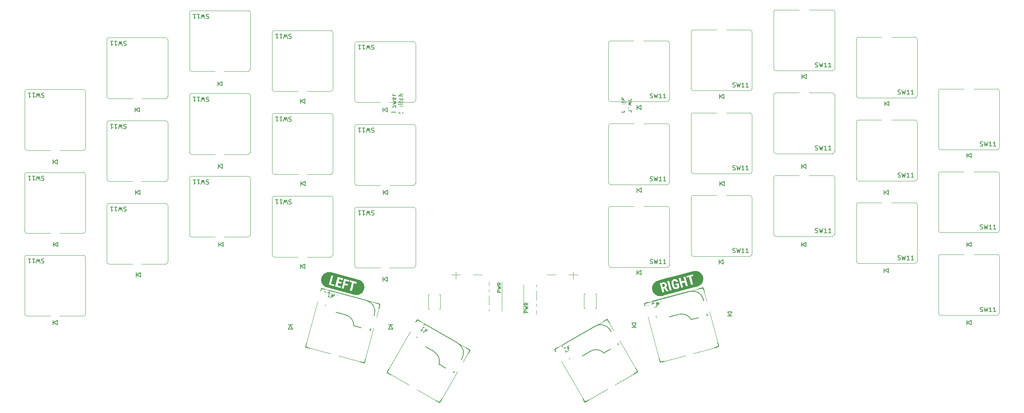
<source format=gto>
G04 #@! TF.GenerationSoftware,KiCad,Pcbnew,(6.0.9)*
G04 #@! TF.CreationDate,2022-12-29T20:14:13-03:00*
G04 #@! TF.ProjectId,pulso - high,70756c73-6f20-42d2-9068-6967682e6b69,0.3*
G04 #@! TF.SameCoordinates,Original*
G04 #@! TF.FileFunction,Legend,Top*
G04 #@! TF.FilePolarity,Positive*
%FSLAX46Y46*%
G04 Gerber Fmt 4.6, Leading zero omitted, Abs format (unit mm)*
G04 Created by KiCad (PCBNEW (6.0.9)) date 2022-12-29 20:14:13*
%MOMM*%
%LPD*%
G01*
G04 APERTURE LIST*
G04 Aperture macros list*
%AMRotRect*
0 Rectangle, with rotation*
0 The origin of the aperture is its center*
0 $1 length*
0 $2 width*
0 $3 Rotation angle, in degrees counterclockwise*
0 Add horizontal line*
21,1,$1,$2,0,0,$3*%
G04 Aperture macros list end*
%ADD10C,0.120000*%
%ADD11C,0.150000*%
%ADD12C,2.500000*%
%ADD13C,0.100000*%
%ADD14O,2.750000X1.800000*%
%ADD15C,1.397000*%
%ADD16R,1.600000X1.600000*%
%ADD17C,1.600000*%
%ADD18C,0.900000*%
%ADD19R,1.000000X0.700000*%
%ADD20R,2.800000X1.000000*%
%ADD21C,3.000000*%
%ADD22C,4.100000*%
%ADD23C,1.900000*%
%ADD24C,3.400000*%
%ADD25C,3.050000*%
%ADD26C,1.800000*%
%ADD27RotRect,2.550000X2.500000X210.000000*%
%ADD28C,1.701800*%
%ADD29C,3.987800*%
%ADD30C,3.200000*%
%ADD31RotRect,2.550000X2.500000X195.000000*%
%ADD32R,1.700000X0.900000*%
%ADD33RotRect,2.550000X2.500000X345.000000*%
%ADD34RotRect,2.550000X2.500000X330.000000*%
G04 APERTURE END LIST*
D10*
X161000000Y-92000000D02*
X163000000Y-92000000D01*
X162000000Y-93000000D02*
X162000000Y-92000000D01*
X162000000Y-91000000D02*
X162000000Y-93000000D01*
X156000000Y-92000000D02*
X158000000Y-92000000D01*
X139000000Y-92000000D02*
X141000000Y-92000000D01*
X140000000Y-92000000D02*
X139000000Y-92000000D01*
X135000000Y-91000000D02*
X135000000Y-92000000D01*
X136000000Y-92000000D02*
X135000000Y-92000000D01*
X135000000Y-92000000D02*
X136000000Y-92000000D01*
X134000000Y-92000000D02*
X135000000Y-92000000D01*
X135000000Y-92000000D02*
X135000000Y-93000000D01*
D11*
X121219032Y-54535190D02*
X120219032Y-54535190D01*
X120219032Y-54154238D01*
X120266652Y-54059000D01*
X120314271Y-54011380D01*
X120409509Y-53963761D01*
X120552366Y-53963761D01*
X120647604Y-54011380D01*
X120695223Y-54059000D01*
X120742842Y-54154238D01*
X120742842Y-54535190D01*
X121219032Y-53392333D02*
X121171413Y-53487571D01*
X121123794Y-53535190D01*
X121028556Y-53582809D01*
X120742842Y-53582809D01*
X120647604Y-53535190D01*
X120599985Y-53487571D01*
X120552366Y-53392333D01*
X120552366Y-53249476D01*
X120599985Y-53154238D01*
X120647604Y-53106619D01*
X120742842Y-53059000D01*
X121028556Y-53059000D01*
X121123794Y-53106619D01*
X121171413Y-53154238D01*
X121219032Y-53249476D01*
X121219032Y-53392333D01*
X120552366Y-52725666D02*
X121219032Y-52535190D01*
X120742842Y-52344714D01*
X121219032Y-52154238D01*
X120552366Y-51963761D01*
X121171413Y-51201857D02*
X121219032Y-51297095D01*
X121219032Y-51487571D01*
X121171413Y-51582809D01*
X121076175Y-51630428D01*
X120695223Y-51630428D01*
X120599985Y-51582809D01*
X120552366Y-51487571D01*
X120552366Y-51297095D01*
X120599985Y-51201857D01*
X120695223Y-51154238D01*
X120790461Y-51154238D01*
X120885699Y-51630428D01*
X121219032Y-50725666D02*
X120552366Y-50725666D01*
X120742842Y-50725666D02*
X120647604Y-50678047D01*
X120599985Y-50630428D01*
X120552366Y-50535190D01*
X120552366Y-50439952D01*
X122781413Y-54773285D02*
X122829032Y-54630428D01*
X122829032Y-54392333D01*
X122781413Y-54297095D01*
X122733794Y-54249476D01*
X122638556Y-54201857D01*
X122543318Y-54201857D01*
X122448080Y-54249476D01*
X122400461Y-54297095D01*
X122352842Y-54392333D01*
X122305223Y-54582809D01*
X122257604Y-54678047D01*
X122209985Y-54725666D01*
X122114747Y-54773285D01*
X122019509Y-54773285D01*
X121924271Y-54725666D01*
X121876652Y-54678047D01*
X121829032Y-54582809D01*
X121829032Y-54344714D01*
X121876652Y-54201857D01*
X122162366Y-53868523D02*
X122829032Y-53678047D01*
X122352842Y-53487571D01*
X122829032Y-53297095D01*
X122162366Y-53106619D01*
X122829032Y-52725666D02*
X122162366Y-52725666D01*
X121829032Y-52725666D02*
X121876652Y-52773285D01*
X121924271Y-52725666D01*
X121876652Y-52678047D01*
X121829032Y-52725666D01*
X121924271Y-52725666D01*
X122162366Y-52392333D02*
X122162366Y-52011380D01*
X121829032Y-52249476D02*
X122686175Y-52249476D01*
X122781413Y-52201857D01*
X122829032Y-52106619D01*
X122829032Y-52011380D01*
X122781413Y-51249476D02*
X122829032Y-51344714D01*
X122829032Y-51535190D01*
X122781413Y-51630428D01*
X122733794Y-51678047D01*
X122638556Y-51725666D01*
X122352842Y-51725666D01*
X122257604Y-51678047D01*
X122209985Y-51630428D01*
X122162366Y-51535190D01*
X122162366Y-51344714D01*
X122209985Y-51249476D01*
X122829032Y-50820904D02*
X121829032Y-50820904D01*
X122829032Y-50392333D02*
X122305223Y-50392333D01*
X122209985Y-50439952D01*
X122162366Y-50535190D01*
X122162366Y-50678047D01*
X122209985Y-50773285D01*
X122257604Y-50820904D01*
X174708619Y-50430809D02*
X175708619Y-50430809D01*
X175708619Y-50811761D01*
X175661000Y-50907000D01*
X175613380Y-50954619D01*
X175518142Y-51002238D01*
X175375285Y-51002238D01*
X175280047Y-50954619D01*
X175232428Y-50907000D01*
X175184809Y-50811761D01*
X175184809Y-50430809D01*
X174708619Y-51573666D02*
X174756238Y-51478428D01*
X174803857Y-51430809D01*
X174899095Y-51383190D01*
X175184809Y-51383190D01*
X175280047Y-51430809D01*
X175327666Y-51478428D01*
X175375285Y-51573666D01*
X175375285Y-51716523D01*
X175327666Y-51811761D01*
X175280047Y-51859380D01*
X175184809Y-51907000D01*
X174899095Y-51907000D01*
X174803857Y-51859380D01*
X174756238Y-51811761D01*
X174708619Y-51716523D01*
X174708619Y-51573666D01*
X175375285Y-52240333D02*
X174708619Y-52430809D01*
X175184809Y-52621285D01*
X174708619Y-52811761D01*
X175375285Y-53002238D01*
X174756238Y-53764142D02*
X174708619Y-53668904D01*
X174708619Y-53478428D01*
X174756238Y-53383190D01*
X174851476Y-53335571D01*
X175232428Y-53335571D01*
X175327666Y-53383190D01*
X175375285Y-53478428D01*
X175375285Y-53668904D01*
X175327666Y-53764142D01*
X175232428Y-53811761D01*
X175137190Y-53811761D01*
X175041952Y-53335571D01*
X174708619Y-54240333D02*
X175375285Y-54240333D01*
X175184809Y-54240333D02*
X175280047Y-54287952D01*
X175327666Y-54335571D01*
X175375285Y-54430809D01*
X175375285Y-54526047D01*
X173146238Y-50192714D02*
X173098619Y-50335571D01*
X173098619Y-50573666D01*
X173146238Y-50668904D01*
X173193857Y-50716523D01*
X173289095Y-50764142D01*
X173384333Y-50764142D01*
X173479571Y-50716523D01*
X173527190Y-50668904D01*
X173574809Y-50573666D01*
X173622428Y-50383190D01*
X173670047Y-50287952D01*
X173717666Y-50240333D01*
X173812904Y-50192714D01*
X173908142Y-50192714D01*
X174003380Y-50240333D01*
X174051000Y-50287952D01*
X174098619Y-50383190D01*
X174098619Y-50621285D01*
X174051000Y-50764142D01*
X173765285Y-51097476D02*
X173098619Y-51287952D01*
X173574809Y-51478428D01*
X173098619Y-51668904D01*
X173765285Y-51859380D01*
X173098619Y-52240333D02*
X173765285Y-52240333D01*
X174098619Y-52240333D02*
X174051000Y-52192714D01*
X174003380Y-52240333D01*
X174051000Y-52287952D01*
X174098619Y-52240333D01*
X174003380Y-52240333D01*
X173765285Y-52573666D02*
X173765285Y-52954619D01*
X174098619Y-52716523D02*
X173241476Y-52716523D01*
X173146238Y-52764142D01*
X173098619Y-52859380D01*
X173098619Y-52954619D01*
X173146238Y-53716523D02*
X173098619Y-53621285D01*
X173098619Y-53430809D01*
X173146238Y-53335571D01*
X173193857Y-53287952D01*
X173289095Y-53240333D01*
X173574809Y-53240333D01*
X173670047Y-53287952D01*
X173717666Y-53335571D01*
X173765285Y-53430809D01*
X173765285Y-53621285D01*
X173717666Y-53716523D01*
X173098619Y-54145095D02*
X174098619Y-54145095D01*
X173098619Y-54573666D02*
X173622428Y-54573666D01*
X173717666Y-54526047D01*
X173765285Y-54430809D01*
X173765285Y-54287952D01*
X173717666Y-54192714D01*
X173670047Y-54145095D01*
X145341904Y-96051309D02*
X144541904Y-96051309D01*
X144541904Y-95746547D01*
X144580000Y-95670357D01*
X144618095Y-95632261D01*
X144694285Y-95594166D01*
X144808571Y-95594166D01*
X144884761Y-95632261D01*
X144922857Y-95670357D01*
X144960952Y-95746547D01*
X144960952Y-96051309D01*
X144541904Y-95327500D02*
X145341904Y-95137023D01*
X144770476Y-94984642D01*
X145341904Y-94832261D01*
X144541904Y-94641785D01*
X145341904Y-93879880D02*
X144960952Y-94146547D01*
X145341904Y-94337023D02*
X144541904Y-94337023D01*
X144541904Y-94032261D01*
X144580000Y-93956071D01*
X144618095Y-93917976D01*
X144694285Y-93879880D01*
X144808571Y-93879880D01*
X144884761Y-93917976D01*
X144922857Y-93956071D01*
X144960952Y-94032261D01*
X144960952Y-94337023D01*
X151571904Y-100663023D02*
X150771904Y-100663023D01*
X150771904Y-100358261D01*
X150810000Y-100282071D01*
X150848095Y-100243976D01*
X150924285Y-100205880D01*
X151038571Y-100205880D01*
X151114761Y-100243976D01*
X151152857Y-100282071D01*
X151190952Y-100358261D01*
X151190952Y-100663023D01*
X150771904Y-99939214D02*
X151571904Y-99748738D01*
X151000476Y-99596357D01*
X151571904Y-99443976D01*
X150771904Y-99253500D01*
X151571904Y-98491595D02*
X151190952Y-98758261D01*
X151571904Y-98948738D02*
X150771904Y-98948738D01*
X150771904Y-98643976D01*
X150810000Y-98567785D01*
X150848095Y-98529690D01*
X150924285Y-98491595D01*
X151038571Y-98491595D01*
X151114761Y-98529690D01*
X151152857Y-98567785D01*
X151190952Y-98643976D01*
X151190952Y-98948738D01*
X179660976Y-51245966D02*
X179803833Y-51293585D01*
X180041928Y-51293585D01*
X180137166Y-51245966D01*
X180184785Y-51198347D01*
X180232404Y-51103109D01*
X180232404Y-51007871D01*
X180184785Y-50912633D01*
X180137166Y-50865014D01*
X180041928Y-50817395D01*
X179851452Y-50769776D01*
X179756214Y-50722157D01*
X179708595Y-50674538D01*
X179660976Y-50579300D01*
X179660976Y-50484062D01*
X179708595Y-50388824D01*
X179756214Y-50341205D01*
X179851452Y-50293585D01*
X180089547Y-50293585D01*
X180232404Y-50341205D01*
X180565738Y-50293585D02*
X180803833Y-51293585D01*
X180994309Y-50579300D01*
X181184785Y-51293585D01*
X181422880Y-50293585D01*
X182327642Y-51293585D02*
X181756214Y-51293585D01*
X182041928Y-51293585D02*
X182041928Y-50293585D01*
X181946690Y-50436443D01*
X181851452Y-50531681D01*
X181756214Y-50579300D01*
X183280023Y-51293585D02*
X182708595Y-51293585D01*
X182994309Y-51293585D02*
X182994309Y-50293585D01*
X182899071Y-50436443D01*
X182803833Y-50531681D01*
X182708595Y-50579300D01*
X179660976Y-89370966D02*
X179803833Y-89418585D01*
X180041928Y-89418585D01*
X180137166Y-89370966D01*
X180184785Y-89323347D01*
X180232404Y-89228109D01*
X180232404Y-89132871D01*
X180184785Y-89037633D01*
X180137166Y-88990014D01*
X180041928Y-88942395D01*
X179851452Y-88894776D01*
X179756214Y-88847157D01*
X179708595Y-88799538D01*
X179660976Y-88704300D01*
X179660976Y-88609062D01*
X179708595Y-88513824D01*
X179756214Y-88466205D01*
X179851452Y-88418585D01*
X180089547Y-88418585D01*
X180232404Y-88466205D01*
X180565738Y-88418585D02*
X180803833Y-89418585D01*
X180994309Y-88704300D01*
X181184785Y-89418585D01*
X181422880Y-88418585D01*
X182327642Y-89418585D02*
X181756214Y-89418585D01*
X182041928Y-89418585D02*
X182041928Y-88418585D01*
X181946690Y-88561443D01*
X181851452Y-88656681D01*
X181756214Y-88704300D01*
X183280023Y-89418585D02*
X182708595Y-89418585D01*
X182994309Y-89418585D02*
X182994309Y-88418585D01*
X182899071Y-88561443D01*
X182803833Y-88656681D01*
X182708595Y-88704300D01*
X179660976Y-70335966D02*
X179803833Y-70383585D01*
X180041928Y-70383585D01*
X180137166Y-70335966D01*
X180184785Y-70288347D01*
X180232404Y-70193109D01*
X180232404Y-70097871D01*
X180184785Y-70002633D01*
X180137166Y-69955014D01*
X180041928Y-69907395D01*
X179851452Y-69859776D01*
X179756214Y-69812157D01*
X179708595Y-69764538D01*
X179660976Y-69669300D01*
X179660976Y-69574062D01*
X179708595Y-69478824D01*
X179756214Y-69431205D01*
X179851452Y-69383585D01*
X180089547Y-69383585D01*
X180232404Y-69431205D01*
X180565738Y-69383585D02*
X180803833Y-70383585D01*
X180994309Y-69669300D01*
X181184785Y-70383585D01*
X181422880Y-69383585D01*
X182327642Y-70383585D02*
X181756214Y-70383585D01*
X182041928Y-70383585D02*
X182041928Y-69383585D01*
X181946690Y-69526443D01*
X181851452Y-69621681D01*
X181756214Y-69669300D01*
X183280023Y-70383585D02*
X182708595Y-70383585D01*
X182994309Y-70383585D02*
X182994309Y-69383585D01*
X182899071Y-69526443D01*
X182803833Y-69621681D01*
X182708595Y-69669300D01*
X198660976Y-48720966D02*
X198803833Y-48768585D01*
X199041928Y-48768585D01*
X199137166Y-48720966D01*
X199184785Y-48673347D01*
X199232404Y-48578109D01*
X199232404Y-48482871D01*
X199184785Y-48387633D01*
X199137166Y-48340014D01*
X199041928Y-48292395D01*
X198851452Y-48244776D01*
X198756214Y-48197157D01*
X198708595Y-48149538D01*
X198660976Y-48054300D01*
X198660976Y-47959062D01*
X198708595Y-47863824D01*
X198756214Y-47816205D01*
X198851452Y-47768585D01*
X199089547Y-47768585D01*
X199232404Y-47816205D01*
X199565738Y-47768585D02*
X199803833Y-48768585D01*
X199994309Y-48054300D01*
X200184785Y-48768585D01*
X200422880Y-47768585D01*
X201327642Y-48768585D02*
X200756214Y-48768585D01*
X201041928Y-48768585D02*
X201041928Y-47768585D01*
X200946690Y-47911443D01*
X200851452Y-48006681D01*
X200756214Y-48054300D01*
X202280023Y-48768585D02*
X201708595Y-48768585D01*
X201994309Y-48768585D02*
X201994309Y-47768585D01*
X201899071Y-47911443D01*
X201803833Y-48006681D01*
X201708595Y-48054300D01*
X198660976Y-86845966D02*
X198803833Y-86893585D01*
X199041928Y-86893585D01*
X199137166Y-86845966D01*
X199184785Y-86798347D01*
X199232404Y-86703109D01*
X199232404Y-86607871D01*
X199184785Y-86512633D01*
X199137166Y-86465014D01*
X199041928Y-86417395D01*
X198851452Y-86369776D01*
X198756214Y-86322157D01*
X198708595Y-86274538D01*
X198660976Y-86179300D01*
X198660976Y-86084062D01*
X198708595Y-85988824D01*
X198756214Y-85941205D01*
X198851452Y-85893585D01*
X199089547Y-85893585D01*
X199232404Y-85941205D01*
X199565738Y-85893585D02*
X199803833Y-86893585D01*
X199994309Y-86179300D01*
X200184785Y-86893585D01*
X200422880Y-85893585D01*
X201327642Y-86893585D02*
X200756214Y-86893585D01*
X201041928Y-86893585D02*
X201041928Y-85893585D01*
X200946690Y-86036443D01*
X200851452Y-86131681D01*
X200756214Y-86179300D01*
X202280023Y-86893585D02*
X201708595Y-86893585D01*
X201994309Y-86893585D02*
X201994309Y-85893585D01*
X201899071Y-86036443D01*
X201803833Y-86131681D01*
X201708595Y-86179300D01*
X198660976Y-67810966D02*
X198803833Y-67858585D01*
X199041928Y-67858585D01*
X199137166Y-67810966D01*
X199184785Y-67763347D01*
X199232404Y-67668109D01*
X199232404Y-67572871D01*
X199184785Y-67477633D01*
X199137166Y-67430014D01*
X199041928Y-67382395D01*
X198851452Y-67334776D01*
X198756214Y-67287157D01*
X198708595Y-67239538D01*
X198660976Y-67144300D01*
X198660976Y-67049062D01*
X198708595Y-66953824D01*
X198756214Y-66906205D01*
X198851452Y-66858585D01*
X199089547Y-66858585D01*
X199232404Y-66906205D01*
X199565738Y-66858585D02*
X199803833Y-67858585D01*
X199994309Y-67144300D01*
X200184785Y-67858585D01*
X200422880Y-66858585D01*
X201327642Y-67858585D02*
X200756214Y-67858585D01*
X201041928Y-67858585D02*
X201041928Y-66858585D01*
X200946690Y-67001443D01*
X200851452Y-67096681D01*
X200756214Y-67144300D01*
X202280023Y-67858585D02*
X201708595Y-67858585D01*
X201994309Y-67858585D02*
X201994309Y-66858585D01*
X201899071Y-67001443D01*
X201803833Y-67096681D01*
X201708595Y-67144300D01*
X217650976Y-44128966D02*
X217793833Y-44176585D01*
X218031928Y-44176585D01*
X218127166Y-44128966D01*
X218174785Y-44081347D01*
X218222404Y-43986109D01*
X218222404Y-43890871D01*
X218174785Y-43795633D01*
X218127166Y-43748014D01*
X218031928Y-43700395D01*
X217841452Y-43652776D01*
X217746214Y-43605157D01*
X217698595Y-43557538D01*
X217650976Y-43462300D01*
X217650976Y-43367062D01*
X217698595Y-43271824D01*
X217746214Y-43224205D01*
X217841452Y-43176585D01*
X218079547Y-43176585D01*
X218222404Y-43224205D01*
X218555738Y-43176585D02*
X218793833Y-44176585D01*
X218984309Y-43462300D01*
X219174785Y-44176585D01*
X219412880Y-43176585D01*
X220317642Y-44176585D02*
X219746214Y-44176585D01*
X220031928Y-44176585D02*
X220031928Y-43176585D01*
X219936690Y-43319443D01*
X219841452Y-43414681D01*
X219746214Y-43462300D01*
X221270023Y-44176585D02*
X220698595Y-44176585D01*
X220984309Y-44176585D02*
X220984309Y-43176585D01*
X220889071Y-43319443D01*
X220793833Y-43414681D01*
X220698595Y-43462300D01*
X217650976Y-63218966D02*
X217793833Y-63266585D01*
X218031928Y-63266585D01*
X218127166Y-63218966D01*
X218174785Y-63171347D01*
X218222404Y-63076109D01*
X218222404Y-62980871D01*
X218174785Y-62885633D01*
X218127166Y-62838014D01*
X218031928Y-62790395D01*
X217841452Y-62742776D01*
X217746214Y-62695157D01*
X217698595Y-62647538D01*
X217650976Y-62552300D01*
X217650976Y-62457062D01*
X217698595Y-62361824D01*
X217746214Y-62314205D01*
X217841452Y-62266585D01*
X218079547Y-62266585D01*
X218222404Y-62314205D01*
X218555738Y-62266585D02*
X218793833Y-63266585D01*
X218984309Y-62552300D01*
X219174785Y-63266585D01*
X219412880Y-62266585D01*
X220317642Y-63266585D02*
X219746214Y-63266585D01*
X220031928Y-63266585D02*
X220031928Y-62266585D01*
X219936690Y-62409443D01*
X219841452Y-62504681D01*
X219746214Y-62552300D01*
X221270023Y-63266585D02*
X220698595Y-63266585D01*
X220984309Y-63266585D02*
X220984309Y-62266585D01*
X220889071Y-62409443D01*
X220793833Y-62504681D01*
X220698595Y-62552300D01*
X217650976Y-82253966D02*
X217793833Y-82301585D01*
X218031928Y-82301585D01*
X218127166Y-82253966D01*
X218174785Y-82206347D01*
X218222404Y-82111109D01*
X218222404Y-82015871D01*
X218174785Y-81920633D01*
X218127166Y-81873014D01*
X218031928Y-81825395D01*
X217841452Y-81777776D01*
X217746214Y-81730157D01*
X217698595Y-81682538D01*
X217650976Y-81587300D01*
X217650976Y-81492062D01*
X217698595Y-81396824D01*
X217746214Y-81349205D01*
X217841452Y-81301585D01*
X218079547Y-81301585D01*
X218222404Y-81349205D01*
X218555738Y-81301585D02*
X218793833Y-82301585D01*
X218984309Y-81587300D01*
X219174785Y-82301585D01*
X219412880Y-81301585D01*
X220317642Y-82301585D02*
X219746214Y-82301585D01*
X220031928Y-82301585D02*
X220031928Y-81301585D01*
X219936690Y-81444443D01*
X219841452Y-81539681D01*
X219746214Y-81587300D01*
X221270023Y-82301585D02*
X220698595Y-82301585D01*
X220984309Y-82301585D02*
X220984309Y-81301585D01*
X220889071Y-81444443D01*
X220793833Y-81539681D01*
X220698595Y-81587300D01*
X236650976Y-50378966D02*
X236793833Y-50426585D01*
X237031928Y-50426585D01*
X237127166Y-50378966D01*
X237174785Y-50331347D01*
X237222404Y-50236109D01*
X237222404Y-50140871D01*
X237174785Y-50045633D01*
X237127166Y-49998014D01*
X237031928Y-49950395D01*
X236841452Y-49902776D01*
X236746214Y-49855157D01*
X236698595Y-49807538D01*
X236650976Y-49712300D01*
X236650976Y-49617062D01*
X236698595Y-49521824D01*
X236746214Y-49474205D01*
X236841452Y-49426585D01*
X237079547Y-49426585D01*
X237222404Y-49474205D01*
X237555738Y-49426585D02*
X237793833Y-50426585D01*
X237984309Y-49712300D01*
X238174785Y-50426585D01*
X238412880Y-49426585D01*
X239317642Y-50426585D02*
X238746214Y-50426585D01*
X239031928Y-50426585D02*
X239031928Y-49426585D01*
X238936690Y-49569443D01*
X238841452Y-49664681D01*
X238746214Y-49712300D01*
X240270023Y-50426585D02*
X239698595Y-50426585D01*
X239984309Y-50426585D02*
X239984309Y-49426585D01*
X239889071Y-49569443D01*
X239793833Y-49664681D01*
X239698595Y-49712300D01*
X236650976Y-69468966D02*
X236793833Y-69516585D01*
X237031928Y-69516585D01*
X237127166Y-69468966D01*
X237174785Y-69421347D01*
X237222404Y-69326109D01*
X237222404Y-69230871D01*
X237174785Y-69135633D01*
X237127166Y-69088014D01*
X237031928Y-69040395D01*
X236841452Y-68992776D01*
X236746214Y-68945157D01*
X236698595Y-68897538D01*
X236650976Y-68802300D01*
X236650976Y-68707062D01*
X236698595Y-68611824D01*
X236746214Y-68564205D01*
X236841452Y-68516585D01*
X237079547Y-68516585D01*
X237222404Y-68564205D01*
X237555738Y-68516585D02*
X237793833Y-69516585D01*
X237984309Y-68802300D01*
X238174785Y-69516585D01*
X238412880Y-68516585D01*
X239317642Y-69516585D02*
X238746214Y-69516585D01*
X239031928Y-69516585D02*
X239031928Y-68516585D01*
X238936690Y-68659443D01*
X238841452Y-68754681D01*
X238746214Y-68802300D01*
X240270023Y-69516585D02*
X239698595Y-69516585D01*
X239984309Y-69516585D02*
X239984309Y-68516585D01*
X239889071Y-68659443D01*
X239793833Y-68754681D01*
X239698595Y-68802300D01*
X236650976Y-88503966D02*
X236793833Y-88551585D01*
X237031928Y-88551585D01*
X237127166Y-88503966D01*
X237174785Y-88456347D01*
X237222404Y-88361109D01*
X237222404Y-88265871D01*
X237174785Y-88170633D01*
X237127166Y-88123014D01*
X237031928Y-88075395D01*
X236841452Y-88027776D01*
X236746214Y-87980157D01*
X236698595Y-87932538D01*
X236650976Y-87837300D01*
X236650976Y-87742062D01*
X236698595Y-87646824D01*
X236746214Y-87599205D01*
X236841452Y-87551585D01*
X237079547Y-87551585D01*
X237222404Y-87599205D01*
X237555738Y-87551585D02*
X237793833Y-88551585D01*
X237984309Y-87837300D01*
X238174785Y-88551585D01*
X238412880Y-87551585D01*
X239317642Y-88551585D02*
X238746214Y-88551585D01*
X239031928Y-88551585D02*
X239031928Y-87551585D01*
X238936690Y-87694443D01*
X238841452Y-87789681D01*
X238746214Y-87837300D01*
X240270023Y-88551585D02*
X239698595Y-88551585D01*
X239984309Y-88551585D02*
X239984309Y-87551585D01*
X239889071Y-87694443D01*
X239793833Y-87789681D01*
X239698595Y-87837300D01*
X255553128Y-100435261D02*
X255695985Y-100482880D01*
X255934080Y-100482880D01*
X256029318Y-100435261D01*
X256076937Y-100387642D01*
X256124556Y-100292404D01*
X256124556Y-100197166D01*
X256076937Y-100101928D01*
X256029318Y-100054309D01*
X255934080Y-100006690D01*
X255743604Y-99959071D01*
X255648366Y-99911452D01*
X255600747Y-99863833D01*
X255553128Y-99768595D01*
X255553128Y-99673357D01*
X255600747Y-99578119D01*
X255648366Y-99530500D01*
X255743604Y-99482880D01*
X255981699Y-99482880D01*
X256124556Y-99530500D01*
X256457890Y-99482880D02*
X256695985Y-100482880D01*
X256886461Y-99768595D01*
X257076937Y-100482880D01*
X257315032Y-99482880D01*
X258219794Y-100482880D02*
X257648366Y-100482880D01*
X257934080Y-100482880D02*
X257934080Y-99482880D01*
X257838842Y-99625738D01*
X257743604Y-99720976D01*
X257648366Y-99768595D01*
X259172175Y-100482880D02*
X258600747Y-100482880D01*
X258886461Y-100482880D02*
X258886461Y-99482880D01*
X258791223Y-99625738D01*
X258695985Y-99720976D01*
X258600747Y-99768595D01*
X255553128Y-62310261D02*
X255695985Y-62357880D01*
X255934080Y-62357880D01*
X256029318Y-62310261D01*
X256076937Y-62262642D01*
X256124556Y-62167404D01*
X256124556Y-62072166D01*
X256076937Y-61976928D01*
X256029318Y-61929309D01*
X255934080Y-61881690D01*
X255743604Y-61834071D01*
X255648366Y-61786452D01*
X255600747Y-61738833D01*
X255553128Y-61643595D01*
X255553128Y-61548357D01*
X255600747Y-61453119D01*
X255648366Y-61405500D01*
X255743604Y-61357880D01*
X255981699Y-61357880D01*
X256124556Y-61405500D01*
X256457890Y-61357880D02*
X256695985Y-62357880D01*
X256886461Y-61643595D01*
X257076937Y-62357880D01*
X257315032Y-61357880D01*
X258219794Y-62357880D02*
X257648366Y-62357880D01*
X257934080Y-62357880D02*
X257934080Y-61357880D01*
X257838842Y-61500738D01*
X257743604Y-61595976D01*
X257648366Y-61643595D01*
X259172175Y-62357880D02*
X258600747Y-62357880D01*
X258886461Y-62357880D02*
X258886461Y-61357880D01*
X258791223Y-61500738D01*
X258695985Y-61595976D01*
X258600747Y-61643595D01*
X255553128Y-81400261D02*
X255695985Y-81447880D01*
X255934080Y-81447880D01*
X256029318Y-81400261D01*
X256076937Y-81352642D01*
X256124556Y-81257404D01*
X256124556Y-81162166D01*
X256076937Y-81066928D01*
X256029318Y-81019309D01*
X255934080Y-80971690D01*
X255743604Y-80924071D01*
X255648366Y-80876452D01*
X255600747Y-80828833D01*
X255553128Y-80733595D01*
X255553128Y-80638357D01*
X255600747Y-80543119D01*
X255648366Y-80495500D01*
X255743604Y-80447880D01*
X255981699Y-80447880D01*
X256124556Y-80495500D01*
X256457890Y-80447880D02*
X256695985Y-81447880D01*
X256886461Y-80733595D01*
X257076937Y-81447880D01*
X257315032Y-80447880D01*
X258219794Y-81447880D02*
X257648366Y-81447880D01*
X257934080Y-81447880D02*
X257934080Y-80447880D01*
X257838842Y-80590738D01*
X257743604Y-80685976D01*
X257648366Y-80733595D01*
X259172175Y-81447880D02*
X258600747Y-81447880D01*
X258886461Y-81447880D02*
X258886461Y-80447880D01*
X258791223Y-80590738D01*
X258695985Y-80685976D01*
X258600747Y-80733595D01*
X108123157Y-96843509D02*
X107997492Y-96760538D01*
X107767510Y-96698914D01*
X107663192Y-96720262D01*
X107604871Y-96753933D01*
X107534225Y-96833602D01*
X107509576Y-96925594D01*
X107530923Y-97029912D01*
X107564594Y-97088233D01*
X107644263Y-97158879D01*
X107815924Y-97254175D01*
X107895592Y-97324820D01*
X107929264Y-97383142D01*
X107950611Y-97487459D01*
X107925961Y-97579452D01*
X107855315Y-97659120D01*
X107796994Y-97692792D01*
X107692677Y-97714139D01*
X107462694Y-97652516D01*
X107337030Y-97569545D01*
X107002730Y-97529268D02*
X107031566Y-96501719D01*
X106662710Y-97142367D01*
X106663595Y-96403121D01*
X106174793Y-97307424D01*
X105559679Y-96107328D02*
X106111637Y-96255225D01*
X105835658Y-96181276D02*
X105576839Y-97147202D01*
X105705806Y-97033862D01*
X105822449Y-96966519D01*
X105926766Y-96945172D01*
X104472924Y-96851409D02*
X104656910Y-96900708D01*
X104761227Y-96879361D01*
X104819549Y-96845689D01*
X104948516Y-96732349D01*
X105043811Y-96560688D01*
X105142409Y-96192716D01*
X105121062Y-96088399D01*
X105087390Y-96030077D01*
X105007722Y-95959432D01*
X104823736Y-95910133D01*
X104719418Y-95931480D01*
X104661097Y-95965151D01*
X104590451Y-96044820D01*
X104528827Y-96274802D01*
X104550175Y-96379120D01*
X104583846Y-96437441D01*
X104663515Y-96508087D01*
X104847500Y-96557386D01*
X104951818Y-96536039D01*
X105010139Y-96502367D01*
X105080785Y-96422699D01*
X129524465Y-105290142D02*
X129424557Y-105177474D01*
X129218360Y-105058427D01*
X129112072Y-105052047D01*
X129047023Y-105069477D01*
X128958165Y-105128146D01*
X128910546Y-105210625D01*
X128904166Y-105316913D01*
X128921596Y-105381962D01*
X128980265Y-105470820D01*
X129121413Y-105607297D01*
X129180082Y-105696156D01*
X129197512Y-105761204D01*
X129191132Y-105867493D01*
X129143513Y-105949971D01*
X129054655Y-106008640D01*
X128989606Y-106026070D01*
X128883318Y-106019690D01*
X128677121Y-105900643D01*
X128577213Y-105787975D01*
X128264728Y-105662547D02*
X128558532Y-104677474D01*
X128036431Y-105200826D01*
X128228617Y-104486998D01*
X127522421Y-105233976D01*
X127238874Y-103915570D02*
X127733745Y-104201284D01*
X127486310Y-104058427D02*
X126986310Y-104924452D01*
X127140217Y-104848353D01*
X127270314Y-104813494D01*
X127376603Y-104819874D01*
X126450199Y-104614928D02*
X125872848Y-104281595D01*
X126744002Y-103629855D01*
X161989953Y-107733119D02*
X161842426Y-107763308D01*
X161636229Y-107882355D01*
X161577560Y-107971214D01*
X161560131Y-108036263D01*
X161566510Y-108142551D01*
X161614129Y-108225029D01*
X161702988Y-108283698D01*
X161768037Y-108301128D01*
X161874325Y-108294748D01*
X162063091Y-108240750D01*
X162169380Y-108234370D01*
X162234428Y-108251800D01*
X162323287Y-108310469D01*
X162370906Y-108392947D01*
X162377286Y-108499236D01*
X162359856Y-108564284D01*
X162301187Y-108653143D01*
X162094990Y-108772190D01*
X161947463Y-108802380D01*
X161682597Y-109010286D02*
X160976401Y-108263308D01*
X161168586Y-108977135D01*
X160646486Y-108453784D01*
X160940290Y-109438857D01*
X160692854Y-109581714D02*
X160156743Y-109891238D01*
X160254942Y-109394657D01*
X160131224Y-109466085D01*
X160024936Y-109472465D01*
X159959887Y-109455035D01*
X159871029Y-109396366D01*
X159751981Y-109190170D01*
X159745601Y-109083882D01*
X159763031Y-109018833D01*
X159821700Y-108929974D01*
X160069136Y-108787117D01*
X160175424Y-108780738D01*
X160240473Y-108798167D01*
X159868068Y-110057905D02*
X159331957Y-110367428D01*
X159430156Y-109870847D01*
X159306438Y-109942276D01*
X159200150Y-109948656D01*
X159135101Y-109931226D01*
X159046242Y-109872557D01*
X158927195Y-109666360D01*
X158920815Y-109560072D01*
X158938245Y-109495023D01*
X158996914Y-109406165D01*
X159244350Y-109263308D01*
X159350638Y-109256928D01*
X159415687Y-109274358D01*
X182600811Y-98015276D02*
X182450496Y-98006254D01*
X182220514Y-98067878D01*
X182140846Y-98138524D01*
X182107174Y-98196845D01*
X182085827Y-98301162D01*
X182110477Y-98393155D01*
X182181122Y-98472824D01*
X182239444Y-98506495D01*
X182343761Y-98527842D01*
X182540072Y-98524540D01*
X182644390Y-98545887D01*
X182702711Y-98579559D01*
X182773357Y-98659227D01*
X182798006Y-98751220D01*
X182776659Y-98855537D01*
X182742987Y-98913859D01*
X182663319Y-98984505D01*
X182433337Y-99046128D01*
X182283023Y-99037106D01*
X181973372Y-99169375D02*
X181484571Y-98265073D01*
X181485456Y-99004319D01*
X181116599Y-98363671D01*
X181145436Y-99391220D01*
X180869457Y-99465169D02*
X180271503Y-99625390D01*
X180494880Y-99171145D01*
X180356891Y-99208119D01*
X180252573Y-99186772D01*
X180194252Y-99153100D01*
X180123606Y-99073432D01*
X180061983Y-98843450D01*
X180083330Y-98739132D01*
X180117001Y-98680811D01*
X180196670Y-98610165D01*
X180472648Y-98536217D01*
X180576966Y-98557564D01*
X180635287Y-98591236D01*
X179357293Y-99525259D02*
X179184747Y-98881309D01*
X179685873Y-99831608D02*
X179730985Y-99080037D01*
X179133031Y-99240258D01*
X116168827Y-39158443D02*
X116025970Y-39110824D01*
X115787875Y-39110824D01*
X115692637Y-39158443D01*
X115645018Y-39206062D01*
X115597399Y-39301300D01*
X115597399Y-39396538D01*
X115645018Y-39491776D01*
X115692637Y-39539395D01*
X115787875Y-39587014D01*
X115978351Y-39634633D01*
X116073589Y-39682252D01*
X116121208Y-39729871D01*
X116168827Y-39825109D01*
X116168827Y-39920347D01*
X116121208Y-40015585D01*
X116073589Y-40063205D01*
X115978351Y-40110824D01*
X115740256Y-40110824D01*
X115597399Y-40063205D01*
X115264065Y-40110824D02*
X115025970Y-39110824D01*
X114835494Y-39825109D01*
X114645018Y-39110824D01*
X114406923Y-40110824D01*
X113502161Y-39110824D02*
X114073589Y-39110824D01*
X113787875Y-39110824D02*
X113787875Y-40110824D01*
X113883113Y-39967966D01*
X113978351Y-39872728D01*
X114073589Y-39825109D01*
X112549780Y-39110824D02*
X113121208Y-39110824D01*
X112835494Y-39110824D02*
X112835494Y-40110824D01*
X112930732Y-39967966D01*
X113025970Y-39872728D01*
X113121208Y-39825109D01*
X116168827Y-58248443D02*
X116025970Y-58200824D01*
X115787875Y-58200824D01*
X115692637Y-58248443D01*
X115645018Y-58296062D01*
X115597399Y-58391300D01*
X115597399Y-58486538D01*
X115645018Y-58581776D01*
X115692637Y-58629395D01*
X115787875Y-58677014D01*
X115978351Y-58724633D01*
X116073589Y-58772252D01*
X116121208Y-58819871D01*
X116168827Y-58915109D01*
X116168827Y-59010347D01*
X116121208Y-59105585D01*
X116073589Y-59153205D01*
X115978351Y-59200824D01*
X115740256Y-59200824D01*
X115597399Y-59153205D01*
X115264065Y-59200824D02*
X115025970Y-58200824D01*
X114835494Y-58915109D01*
X114645018Y-58200824D01*
X114406923Y-59200824D01*
X113502161Y-58200824D02*
X114073589Y-58200824D01*
X113787875Y-58200824D02*
X113787875Y-59200824D01*
X113883113Y-59057966D01*
X113978351Y-58962728D01*
X114073589Y-58915109D01*
X112549780Y-58200824D02*
X113121208Y-58200824D01*
X112835494Y-58200824D02*
X112835494Y-59200824D01*
X112930732Y-59057966D01*
X113025970Y-58962728D01*
X113121208Y-58915109D01*
X116168827Y-77283443D02*
X116025970Y-77235824D01*
X115787875Y-77235824D01*
X115692637Y-77283443D01*
X115645018Y-77331062D01*
X115597399Y-77426300D01*
X115597399Y-77521538D01*
X115645018Y-77616776D01*
X115692637Y-77664395D01*
X115787875Y-77712014D01*
X115978351Y-77759633D01*
X116073589Y-77807252D01*
X116121208Y-77854871D01*
X116168827Y-77950109D01*
X116168827Y-78045347D01*
X116121208Y-78140585D01*
X116073589Y-78188205D01*
X115978351Y-78235824D01*
X115740256Y-78235824D01*
X115597399Y-78188205D01*
X115264065Y-78235824D02*
X115025970Y-77235824D01*
X114835494Y-77950109D01*
X114645018Y-77235824D01*
X114406923Y-78235824D01*
X113502161Y-77235824D02*
X114073589Y-77235824D01*
X113787875Y-77235824D02*
X113787875Y-78235824D01*
X113883113Y-78092966D01*
X113978351Y-77997728D01*
X114073589Y-77950109D01*
X112549780Y-77235824D02*
X113121208Y-77235824D01*
X112835494Y-77235824D02*
X112835494Y-78235824D01*
X112930732Y-78092966D01*
X113025970Y-77997728D01*
X113121208Y-77950109D01*
X97168827Y-36633443D02*
X97025970Y-36585824D01*
X96787875Y-36585824D01*
X96692637Y-36633443D01*
X96645018Y-36681062D01*
X96597399Y-36776300D01*
X96597399Y-36871538D01*
X96645018Y-36966776D01*
X96692637Y-37014395D01*
X96787875Y-37062014D01*
X96978351Y-37109633D01*
X97073589Y-37157252D01*
X97121208Y-37204871D01*
X97168827Y-37300109D01*
X97168827Y-37395347D01*
X97121208Y-37490585D01*
X97073589Y-37538205D01*
X96978351Y-37585824D01*
X96740256Y-37585824D01*
X96597399Y-37538205D01*
X96264065Y-37585824D02*
X96025970Y-36585824D01*
X95835494Y-37300109D01*
X95645018Y-36585824D01*
X95406923Y-37585824D01*
X94502161Y-36585824D02*
X95073589Y-36585824D01*
X94787875Y-36585824D02*
X94787875Y-37585824D01*
X94883113Y-37442966D01*
X94978351Y-37347728D01*
X95073589Y-37300109D01*
X93549780Y-36585824D02*
X94121208Y-36585824D01*
X93835494Y-36585824D02*
X93835494Y-37585824D01*
X93930732Y-37442966D01*
X94025970Y-37347728D01*
X94121208Y-37300109D01*
X97168827Y-55723443D02*
X97025970Y-55675824D01*
X96787875Y-55675824D01*
X96692637Y-55723443D01*
X96645018Y-55771062D01*
X96597399Y-55866300D01*
X96597399Y-55961538D01*
X96645018Y-56056776D01*
X96692637Y-56104395D01*
X96787875Y-56152014D01*
X96978351Y-56199633D01*
X97073589Y-56247252D01*
X97121208Y-56294871D01*
X97168827Y-56390109D01*
X97168827Y-56485347D01*
X97121208Y-56580585D01*
X97073589Y-56628205D01*
X96978351Y-56675824D01*
X96740256Y-56675824D01*
X96597399Y-56628205D01*
X96264065Y-56675824D02*
X96025970Y-55675824D01*
X95835494Y-56390109D01*
X95645018Y-55675824D01*
X95406923Y-56675824D01*
X94502161Y-55675824D02*
X95073589Y-55675824D01*
X94787875Y-55675824D02*
X94787875Y-56675824D01*
X94883113Y-56532966D01*
X94978351Y-56437728D01*
X95073589Y-56390109D01*
X93549780Y-55675824D02*
X94121208Y-55675824D01*
X93835494Y-55675824D02*
X93835494Y-56675824D01*
X93930732Y-56532966D01*
X94025970Y-56437728D01*
X94121208Y-56390109D01*
X97168827Y-74758443D02*
X97025970Y-74710824D01*
X96787875Y-74710824D01*
X96692637Y-74758443D01*
X96645018Y-74806062D01*
X96597399Y-74901300D01*
X96597399Y-74996538D01*
X96645018Y-75091776D01*
X96692637Y-75139395D01*
X96787875Y-75187014D01*
X96978351Y-75234633D01*
X97073589Y-75282252D01*
X97121208Y-75329871D01*
X97168827Y-75425109D01*
X97168827Y-75520347D01*
X97121208Y-75615585D01*
X97073589Y-75663205D01*
X96978351Y-75710824D01*
X96740256Y-75710824D01*
X96597399Y-75663205D01*
X96264065Y-75710824D02*
X96025970Y-74710824D01*
X95835494Y-75425109D01*
X95645018Y-74710824D01*
X95406923Y-75710824D01*
X94502161Y-74710824D02*
X95073589Y-74710824D01*
X94787875Y-74710824D02*
X94787875Y-75710824D01*
X94883113Y-75567966D01*
X94978351Y-75472728D01*
X95073589Y-75425109D01*
X93549780Y-74710824D02*
X94121208Y-74710824D01*
X93835494Y-74710824D02*
X93835494Y-75710824D01*
X93930732Y-75567966D01*
X94025970Y-75472728D01*
X94121208Y-75425109D01*
X78178827Y-70166443D02*
X78035970Y-70118824D01*
X77797875Y-70118824D01*
X77702637Y-70166443D01*
X77655018Y-70214062D01*
X77607399Y-70309300D01*
X77607399Y-70404538D01*
X77655018Y-70499776D01*
X77702637Y-70547395D01*
X77797875Y-70595014D01*
X77988351Y-70642633D01*
X78083589Y-70690252D01*
X78131208Y-70737871D01*
X78178827Y-70833109D01*
X78178827Y-70928347D01*
X78131208Y-71023585D01*
X78083589Y-71071205D01*
X77988351Y-71118824D01*
X77750256Y-71118824D01*
X77607399Y-71071205D01*
X77274065Y-71118824D02*
X77035970Y-70118824D01*
X76845494Y-70833109D01*
X76655018Y-70118824D01*
X76416923Y-71118824D01*
X75512161Y-70118824D02*
X76083589Y-70118824D01*
X75797875Y-70118824D02*
X75797875Y-71118824D01*
X75893113Y-70975966D01*
X75988351Y-70880728D01*
X76083589Y-70833109D01*
X74559780Y-70118824D02*
X75131208Y-70118824D01*
X74845494Y-70118824D02*
X74845494Y-71118824D01*
X74940732Y-70975966D01*
X75035970Y-70880728D01*
X75131208Y-70833109D01*
X78178827Y-32041443D02*
X78035970Y-31993824D01*
X77797875Y-31993824D01*
X77702637Y-32041443D01*
X77655018Y-32089062D01*
X77607399Y-32184300D01*
X77607399Y-32279538D01*
X77655018Y-32374776D01*
X77702637Y-32422395D01*
X77797875Y-32470014D01*
X77988351Y-32517633D01*
X78083589Y-32565252D01*
X78131208Y-32612871D01*
X78178827Y-32708109D01*
X78178827Y-32803347D01*
X78131208Y-32898585D01*
X78083589Y-32946205D01*
X77988351Y-32993824D01*
X77750256Y-32993824D01*
X77607399Y-32946205D01*
X77274065Y-32993824D02*
X77035970Y-31993824D01*
X76845494Y-32708109D01*
X76655018Y-31993824D01*
X76416923Y-32993824D01*
X75512161Y-31993824D02*
X76083589Y-31993824D01*
X75797875Y-31993824D02*
X75797875Y-32993824D01*
X75893113Y-32850966D01*
X75988351Y-32755728D01*
X76083589Y-32708109D01*
X74559780Y-31993824D02*
X75131208Y-31993824D01*
X74845494Y-31993824D02*
X74845494Y-32993824D01*
X74940732Y-32850966D01*
X75035970Y-32755728D01*
X75131208Y-32708109D01*
X78178827Y-51131443D02*
X78035970Y-51083824D01*
X77797875Y-51083824D01*
X77702637Y-51131443D01*
X77655018Y-51179062D01*
X77607399Y-51274300D01*
X77607399Y-51369538D01*
X77655018Y-51464776D01*
X77702637Y-51512395D01*
X77797875Y-51560014D01*
X77988351Y-51607633D01*
X78083589Y-51655252D01*
X78131208Y-51702871D01*
X78178827Y-51798109D01*
X78178827Y-51893347D01*
X78131208Y-51988585D01*
X78083589Y-52036205D01*
X77988351Y-52083824D01*
X77750256Y-52083824D01*
X77607399Y-52036205D01*
X77274065Y-52083824D02*
X77035970Y-51083824D01*
X76845494Y-51798109D01*
X76655018Y-51083824D01*
X76416923Y-52083824D01*
X75512161Y-51083824D02*
X76083589Y-51083824D01*
X75797875Y-51083824D02*
X75797875Y-52083824D01*
X75893113Y-51940966D01*
X75988351Y-51845728D01*
X76083589Y-51798109D01*
X74559780Y-51083824D02*
X75131208Y-51083824D01*
X74845494Y-51083824D02*
X74845494Y-52083824D01*
X74940732Y-51940966D01*
X75035970Y-51845728D01*
X75131208Y-51798109D01*
X59178827Y-76416443D02*
X59035970Y-76368824D01*
X58797875Y-76368824D01*
X58702637Y-76416443D01*
X58655018Y-76464062D01*
X58607399Y-76559300D01*
X58607399Y-76654538D01*
X58655018Y-76749776D01*
X58702637Y-76797395D01*
X58797875Y-76845014D01*
X58988351Y-76892633D01*
X59083589Y-76940252D01*
X59131208Y-76987871D01*
X59178827Y-77083109D01*
X59178827Y-77178347D01*
X59131208Y-77273585D01*
X59083589Y-77321205D01*
X58988351Y-77368824D01*
X58750256Y-77368824D01*
X58607399Y-77321205D01*
X58274065Y-77368824D02*
X58035970Y-76368824D01*
X57845494Y-77083109D01*
X57655018Y-76368824D01*
X57416923Y-77368824D01*
X56512161Y-76368824D02*
X57083589Y-76368824D01*
X56797875Y-76368824D02*
X56797875Y-77368824D01*
X56893113Y-77225966D01*
X56988351Y-77130728D01*
X57083589Y-77083109D01*
X55559780Y-76368824D02*
X56131208Y-76368824D01*
X55845494Y-76368824D02*
X55845494Y-77368824D01*
X55940732Y-77225966D01*
X56035970Y-77130728D01*
X56131208Y-77083109D01*
X59178827Y-38291443D02*
X59035970Y-38243824D01*
X58797875Y-38243824D01*
X58702637Y-38291443D01*
X58655018Y-38339062D01*
X58607399Y-38434300D01*
X58607399Y-38529538D01*
X58655018Y-38624776D01*
X58702637Y-38672395D01*
X58797875Y-38720014D01*
X58988351Y-38767633D01*
X59083589Y-38815252D01*
X59131208Y-38862871D01*
X59178827Y-38958109D01*
X59178827Y-39053347D01*
X59131208Y-39148585D01*
X59083589Y-39196205D01*
X58988351Y-39243824D01*
X58750256Y-39243824D01*
X58607399Y-39196205D01*
X58274065Y-39243824D02*
X58035970Y-38243824D01*
X57845494Y-38958109D01*
X57655018Y-38243824D01*
X57416923Y-39243824D01*
X56512161Y-38243824D02*
X57083589Y-38243824D01*
X56797875Y-38243824D02*
X56797875Y-39243824D01*
X56893113Y-39100966D01*
X56988351Y-39005728D01*
X57083589Y-38958109D01*
X55559780Y-38243824D02*
X56131208Y-38243824D01*
X55845494Y-38243824D02*
X55845494Y-39243824D01*
X55940732Y-39100966D01*
X56035970Y-39005728D01*
X56131208Y-38958109D01*
X59178827Y-57381443D02*
X59035970Y-57333824D01*
X58797875Y-57333824D01*
X58702637Y-57381443D01*
X58655018Y-57429062D01*
X58607399Y-57524300D01*
X58607399Y-57619538D01*
X58655018Y-57714776D01*
X58702637Y-57762395D01*
X58797875Y-57810014D01*
X58988351Y-57857633D01*
X59083589Y-57905252D01*
X59131208Y-57952871D01*
X59178827Y-58048109D01*
X59178827Y-58143347D01*
X59131208Y-58238585D01*
X59083589Y-58286205D01*
X58988351Y-58333824D01*
X58750256Y-58333824D01*
X58607399Y-58286205D01*
X58274065Y-58333824D02*
X58035970Y-57333824D01*
X57845494Y-58048109D01*
X57655018Y-57333824D01*
X57416923Y-58333824D01*
X56512161Y-57333824D02*
X57083589Y-57333824D01*
X56797875Y-57333824D02*
X56797875Y-58333824D01*
X56893113Y-58190966D01*
X56988351Y-58095728D01*
X57083589Y-58048109D01*
X55559780Y-57333824D02*
X56131208Y-57333824D01*
X55845494Y-57333824D02*
X55845494Y-58333824D01*
X55940732Y-58190966D01*
X56035970Y-58095728D01*
X56131208Y-58048109D01*
X40276675Y-50222738D02*
X40133818Y-50175119D01*
X39895723Y-50175119D01*
X39800485Y-50222738D01*
X39752866Y-50270357D01*
X39705247Y-50365595D01*
X39705247Y-50460833D01*
X39752866Y-50556071D01*
X39800485Y-50603690D01*
X39895723Y-50651309D01*
X40086199Y-50698928D01*
X40181437Y-50746547D01*
X40229056Y-50794166D01*
X40276675Y-50889404D01*
X40276675Y-50984642D01*
X40229056Y-51079880D01*
X40181437Y-51127500D01*
X40086199Y-51175119D01*
X39848104Y-51175119D01*
X39705247Y-51127500D01*
X39371913Y-51175119D02*
X39133818Y-50175119D01*
X38943342Y-50889404D01*
X38752866Y-50175119D01*
X38514771Y-51175119D01*
X37610009Y-50175119D02*
X38181437Y-50175119D01*
X37895723Y-50175119D02*
X37895723Y-51175119D01*
X37990961Y-51032261D01*
X38086199Y-50937023D01*
X38181437Y-50889404D01*
X36657628Y-50175119D02*
X37229056Y-50175119D01*
X36943342Y-50175119D02*
X36943342Y-51175119D01*
X37038580Y-51032261D01*
X37133818Y-50937023D01*
X37229056Y-50889404D01*
X40276675Y-69312738D02*
X40133818Y-69265119D01*
X39895723Y-69265119D01*
X39800485Y-69312738D01*
X39752866Y-69360357D01*
X39705247Y-69455595D01*
X39705247Y-69550833D01*
X39752866Y-69646071D01*
X39800485Y-69693690D01*
X39895723Y-69741309D01*
X40086199Y-69788928D01*
X40181437Y-69836547D01*
X40229056Y-69884166D01*
X40276675Y-69979404D01*
X40276675Y-70074642D01*
X40229056Y-70169880D01*
X40181437Y-70217500D01*
X40086199Y-70265119D01*
X39848104Y-70265119D01*
X39705247Y-70217500D01*
X39371913Y-70265119D02*
X39133818Y-69265119D01*
X38943342Y-69979404D01*
X38752866Y-69265119D01*
X38514771Y-70265119D01*
X37610009Y-69265119D02*
X38181437Y-69265119D01*
X37895723Y-69265119D02*
X37895723Y-70265119D01*
X37990961Y-70122261D01*
X38086199Y-70027023D01*
X38181437Y-69979404D01*
X36657628Y-69265119D02*
X37229056Y-69265119D01*
X36943342Y-69265119D02*
X36943342Y-70265119D01*
X37038580Y-70122261D01*
X37133818Y-70027023D01*
X37229056Y-69979404D01*
X40276675Y-88347738D02*
X40133818Y-88300119D01*
X39895723Y-88300119D01*
X39800485Y-88347738D01*
X39752866Y-88395357D01*
X39705247Y-88490595D01*
X39705247Y-88585833D01*
X39752866Y-88681071D01*
X39800485Y-88728690D01*
X39895723Y-88776309D01*
X40086199Y-88823928D01*
X40181437Y-88871547D01*
X40229056Y-88919166D01*
X40276675Y-89014404D01*
X40276675Y-89109642D01*
X40229056Y-89204880D01*
X40181437Y-89252500D01*
X40086199Y-89300119D01*
X39848104Y-89300119D01*
X39705247Y-89252500D01*
X39371913Y-89300119D02*
X39133818Y-88300119D01*
X38943342Y-89014404D01*
X38752866Y-88300119D01*
X38514771Y-89300119D01*
X37610009Y-88300119D02*
X38181437Y-88300119D01*
X37895723Y-88300119D02*
X37895723Y-89300119D01*
X37990961Y-89157261D01*
X38086199Y-89062023D01*
X38181437Y-89014404D01*
X36657628Y-88300119D02*
X37229056Y-88300119D01*
X36943342Y-88300119D02*
X36943342Y-89300119D01*
X37038580Y-89157261D01*
X37133818Y-89062023D01*
X37229056Y-89014404D01*
X176500000Y-103074038D02*
X176000000Y-103974038D01*
X176000000Y-103974038D02*
X175500000Y-103074038D01*
X175500000Y-104074038D02*
X176500000Y-104074038D01*
X175500000Y-103074038D02*
X176500000Y-103074038D01*
X253500000Y-103500000D02*
X252600000Y-103000000D01*
X253500000Y-102500000D02*
X253500000Y-103500000D01*
X252600000Y-103000000D02*
X253500000Y-102500000D01*
X252500000Y-102500000D02*
X252500000Y-103500000D01*
X234500000Y-91500000D02*
X233600000Y-91000000D01*
X234500000Y-90500000D02*
X234500000Y-91500000D01*
X233600000Y-91000000D02*
X234500000Y-90500000D01*
X233500000Y-90500000D02*
X233500000Y-91500000D01*
X215500000Y-85500000D02*
X214600000Y-85000000D01*
X215500000Y-84500000D02*
X215500000Y-85500000D01*
X214600000Y-85000000D02*
X215500000Y-84500000D01*
X214500000Y-84500000D02*
X214500000Y-85500000D01*
X196500000Y-89500000D02*
X195600000Y-89000000D01*
X196500000Y-88500000D02*
X196500000Y-89500000D01*
X195600000Y-89000000D02*
X196500000Y-88500000D01*
X195500000Y-88500000D02*
X195500000Y-89500000D01*
X253500000Y-85500000D02*
X252600000Y-85000000D01*
X253500000Y-84500000D02*
X253500000Y-85500000D01*
X252600000Y-85000000D02*
X253500000Y-84500000D01*
X252500000Y-84500000D02*
X252500000Y-85500000D01*
X234500000Y-73500000D02*
X233600000Y-73000000D01*
X234500000Y-72500000D02*
X234500000Y-73500000D01*
X233600000Y-73000000D02*
X234500000Y-72500000D01*
X233500000Y-72500000D02*
X233500000Y-73500000D01*
X215500000Y-67500000D02*
X214600000Y-67000000D01*
X215500000Y-66500000D02*
X215500000Y-67500000D01*
X214600000Y-67000000D02*
X215500000Y-66500000D01*
X214500000Y-66500000D02*
X214500000Y-67500000D01*
X196688848Y-71500000D02*
X195788848Y-71000000D01*
X196688848Y-70500000D02*
X196688848Y-71500000D01*
X195788848Y-71000000D02*
X196688848Y-70500000D01*
X195688848Y-70500000D02*
X195688848Y-71500000D01*
G36*
X184820371Y-96201398D02*
G01*
X183104272Y-96661226D01*
X182664017Y-96779192D01*
X182408449Y-96847671D01*
X182233765Y-96885399D01*
X182056224Y-96905824D01*
X181877536Y-96908747D01*
X181699422Y-96894143D01*
X181523596Y-96862151D01*
X181351753Y-96813078D01*
X181185548Y-96747399D01*
X181026581Y-96665745D01*
X180876383Y-96568902D01*
X180736400Y-96457804D01*
X180607981Y-96333520D01*
X180492362Y-96197247D01*
X180390656Y-96050298D01*
X180303845Y-95894088D01*
X180232762Y-95730120D01*
X180178094Y-95559975D01*
X180140365Y-95385291D01*
X180119941Y-95207749D01*
X180117017Y-95029061D01*
X180131622Y-94850947D01*
X180163614Y-94675122D01*
X180212686Y-94503280D01*
X180278366Y-94337074D01*
X180360021Y-94178107D01*
X180456862Y-94027909D01*
X180534561Y-93930010D01*
X181900581Y-93930010D01*
X182484794Y-96110323D01*
X182925049Y-95992357D01*
X182711587Y-95195704D01*
X182930217Y-95137122D01*
X183471625Y-95845902D01*
X183944826Y-95719108D01*
X183939208Y-95698144D01*
X183318212Y-94907971D01*
X183428810Y-94767793D01*
X183491187Y-94605628D01*
X183505341Y-94421476D01*
X183471272Y-94215336D01*
X183399083Y-94026121D01*
X183295399Y-93879762D01*
X183160221Y-93776260D01*
X182997680Y-93717718D01*
X182811904Y-93706240D01*
X182602893Y-93741826D01*
X181900581Y-93930010D01*
X180534561Y-93930010D01*
X180567961Y-93887926D01*
X180692245Y-93759506D01*
X180828518Y-93643888D01*
X180975467Y-93542183D01*
X181105025Y-93470183D01*
X183616680Y-93470183D01*
X184200893Y-95650496D01*
X184641148Y-95532529D01*
X184199986Y-93886091D01*
X184584557Y-93886091D01*
X184637020Y-94169401D01*
X184742146Y-94561738D01*
X184841739Y-94827605D01*
X184973640Y-95034347D01*
X185137848Y-95181965D01*
X185329912Y-95269154D01*
X185545380Y-95294611D01*
X185784254Y-95258335D01*
X185990919Y-95184301D01*
X186170661Y-95080167D01*
X186317963Y-94947808D01*
X186427310Y-94789107D01*
X186186162Y-93889129D01*
X185435931Y-94090153D01*
X185525008Y-94422591D01*
X185833486Y-94339934D01*
X185940618Y-94739758D01*
X185908906Y-94777144D01*
X185711807Y-94886132D01*
X185527712Y-94899147D01*
X185382739Y-94829054D01*
X185268718Y-94670820D01*
X185177479Y-94419411D01*
X185071550Y-94024080D01*
X185028108Y-93772102D01*
X185044264Y-93586812D01*
X185123280Y-93460914D01*
X185268417Y-93387116D01*
X185504316Y-93404959D01*
X185589611Y-93498666D01*
X185667204Y-93665458D01*
X186095480Y-93550701D01*
X185998679Y-93332860D01*
X185879962Y-93168328D01*
X185739326Y-93057104D01*
X185573566Y-92997196D01*
X185379468Y-92986610D01*
X185157037Y-93025345D01*
X184932756Y-93114420D01*
X184763063Y-93246825D01*
X184647959Y-93422561D01*
X184588204Y-93637145D01*
X184584557Y-93886091D01*
X184199986Y-93886091D01*
X184056935Y-93352217D01*
X183616680Y-93470183D01*
X181105025Y-93470183D01*
X181131678Y-93455371D01*
X181295645Y-93384289D01*
X181465790Y-93329620D01*
X181721358Y-93261141D01*
X183545300Y-92772417D01*
X186220776Y-92772417D01*
X186804989Y-94952730D01*
X187245244Y-94834764D01*
X186995269Y-93901842D01*
X187645171Y-93727701D01*
X187895146Y-94660623D01*
X188333904Y-94543059D01*
X187749691Y-92362746D01*
X187310933Y-92480310D01*
X187547267Y-93362318D01*
X186897365Y-93536459D01*
X186661031Y-92654451D01*
X186220776Y-92772417D01*
X183545300Y-92772417D01*
X185328783Y-92294534D01*
X188004260Y-92294534D01*
X188102565Y-92661413D01*
X188632669Y-92519372D01*
X189118577Y-94332806D01*
X189560330Y-94214439D01*
X189074422Y-92401005D01*
X189613511Y-92256556D01*
X189515206Y-91889677D01*
X188004260Y-92294534D01*
X185328783Y-92294534D01*
X189335983Y-91220808D01*
X189591551Y-91152329D01*
X189766235Y-91114601D01*
X189943776Y-91094176D01*
X190122464Y-91091253D01*
X190300578Y-91105857D01*
X190476404Y-91137849D01*
X190648247Y-91186921D01*
X190814451Y-91252601D01*
X190973419Y-91334255D01*
X191123617Y-91431098D01*
X191263600Y-91542196D01*
X191392019Y-91666480D01*
X191507638Y-91802753D01*
X191609344Y-91949702D01*
X191696155Y-92105912D01*
X191767238Y-92269880D01*
X191821906Y-92440025D01*
X191859635Y-92614709D01*
X191880059Y-92792251D01*
X191882983Y-92970939D01*
X191868378Y-93149053D01*
X191836386Y-93324878D01*
X191787314Y-93496720D01*
X191721634Y-93662926D01*
X191639979Y-93821893D01*
X191543137Y-93972092D01*
X191432039Y-94112075D01*
X191307755Y-94240494D01*
X191171482Y-94356112D01*
X191024533Y-94457817D01*
X190868322Y-94544629D01*
X190704355Y-94615711D01*
X190534210Y-94670380D01*
X190278642Y-94738859D01*
X189739553Y-94883307D01*
X188513127Y-95211927D01*
X185955452Y-95897254D01*
X184820371Y-96201398D01*
G37*
G36*
X182963376Y-94194674D02*
G01*
X183040646Y-94369242D01*
X183059533Y-94505619D01*
X183037552Y-94621250D01*
X182863359Y-94761817D01*
X182613282Y-94828825D01*
X182439141Y-94178923D01*
X182696706Y-94109908D01*
X182848729Y-94108229D01*
X182963376Y-94194674D01*
G37*
X198500000Y-100500000D02*
X198000000Y-101400000D01*
X198000000Y-101400000D02*
X197500000Y-100500000D01*
X197500000Y-101500000D02*
X198500000Y-101500000D01*
X197500000Y-100500000D02*
X198500000Y-100500000D01*
X120500000Y-103500000D02*
X119500000Y-103500000D01*
X119500000Y-104500000D02*
X120000000Y-103600000D01*
X120500000Y-104500000D02*
X119500000Y-104500000D01*
X120000000Y-103600000D02*
X120500000Y-104500000D01*
X96500000Y-104500000D02*
X97000000Y-103600000D01*
X97000000Y-103600000D02*
X97500000Y-104500000D01*
X97500000Y-103500000D02*
X96500000Y-103500000D01*
X97500000Y-104500000D02*
X96500000Y-104500000D01*
G36*
X108334538Y-95674909D02*
G01*
X106828085Y-95271256D01*
X106203128Y-95103799D01*
X108758807Y-95103799D01*
X109199063Y-95221765D01*
X109437403Y-94332269D01*
X110121746Y-94515638D01*
X110219649Y-94150256D01*
X109535306Y-93966887D01*
X109618958Y-93654696D01*
X110604417Y-93654696D01*
X111134520Y-93796737D01*
X110648612Y-95610170D01*
X111090365Y-95728538D01*
X111576273Y-93915104D01*
X112115362Y-94059552D01*
X112213667Y-93692673D01*
X110702721Y-93287817D01*
X110604417Y-93654696D01*
X109618958Y-93654696D01*
X109684971Y-93408331D01*
X110451675Y-93613769D01*
X110549980Y-93246890D01*
X109343020Y-92923486D01*
X108758807Y-95103799D01*
X106203128Y-95103799D01*
X105615136Y-94946247D01*
X105359567Y-94877768D01*
X105192320Y-94824030D01*
X105031144Y-94754158D01*
X104934676Y-94700547D01*
X107253852Y-94700547D01*
X108505736Y-95035988D01*
X108603640Y-94670607D01*
X107792012Y-94453132D01*
X107946892Y-93875109D01*
X108632733Y-94058879D01*
X108727828Y-93703979D01*
X108041988Y-93520209D01*
X108180016Y-93005079D01*
X108988649Y-93221752D01*
X109086954Y-92854873D01*
X107838066Y-92520234D01*
X107253852Y-94700547D01*
X104934676Y-94700547D01*
X104877593Y-94668824D01*
X104733145Y-94568851D01*
X104599193Y-94455200D01*
X104477025Y-94328967D01*
X104459850Y-94307327D01*
X105786334Y-94307327D01*
X106999283Y-94632336D01*
X107097186Y-94266954D01*
X106324493Y-94059911D01*
X106810802Y-92244980D01*
X106370547Y-92127014D01*
X105786334Y-94307327D01*
X104459850Y-94307327D01*
X104367819Y-94191368D01*
X104272624Y-94043727D01*
X104192361Y-93887466D01*
X104127799Y-93724091D01*
X104079563Y-93555174D01*
X104048115Y-93382343D01*
X104033759Y-93207260D01*
X104036633Y-93031615D01*
X104056710Y-92857097D01*
X104093796Y-92685387D01*
X104147533Y-92518138D01*
X104217405Y-92356962D01*
X104302739Y-92203412D01*
X104402713Y-92058964D01*
X104516363Y-91925012D01*
X104642596Y-91802844D01*
X104780195Y-91693638D01*
X104927836Y-91598443D01*
X105084097Y-91518180D01*
X105247473Y-91453619D01*
X105416389Y-91405382D01*
X105589221Y-91373933D01*
X105764303Y-91359578D01*
X105939949Y-91362452D01*
X106114467Y-91382529D01*
X106286177Y-91419614D01*
X106541745Y-91488094D01*
X112384865Y-93053753D01*
X112640433Y-93122232D01*
X112807681Y-93175970D01*
X112968857Y-93245842D01*
X113122407Y-93331176D01*
X113266855Y-93431150D01*
X113400807Y-93544800D01*
X113522975Y-93671033D01*
X113632181Y-93808632D01*
X113727376Y-93956273D01*
X113807639Y-94112534D01*
X113872201Y-94275910D01*
X113920437Y-94444826D01*
X113951885Y-94617657D01*
X113966241Y-94792740D01*
X113963367Y-94968385D01*
X113943290Y-95142903D01*
X113906204Y-95314613D01*
X113852467Y-95481862D01*
X113782595Y-95643038D01*
X113697261Y-95796588D01*
X113597287Y-95941036D01*
X113483637Y-96074988D01*
X113357404Y-96197155D01*
X113219805Y-96306362D01*
X113072164Y-96401557D01*
X112915903Y-96481820D01*
X112752527Y-96546381D01*
X112583611Y-96594618D01*
X112410780Y-96626066D01*
X112235697Y-96640422D01*
X112060052Y-96637548D01*
X111885534Y-96617471D01*
X111713823Y-96580386D01*
X111458256Y-96511907D01*
X110919167Y-96367458D01*
X109027865Y-95860685D01*
X108334538Y-95674909D01*
G37*
D10*
X142630000Y-95915000D02*
X142630000Y-95335000D01*
X142640000Y-94415000D02*
X142640000Y-93625000D01*
X142630000Y-99845000D02*
X142630000Y-100375000D01*
X142630000Y-98885000D02*
X142630000Y-96845000D01*
X145600000Y-93625000D02*
X145600000Y-100375000D01*
X153510000Y-100210000D02*
X153510000Y-101000000D01*
X150550000Y-101000000D02*
X150550000Y-94250000D01*
X153520000Y-95740000D02*
X153520000Y-97780000D01*
X153520000Y-98710000D02*
X153520000Y-99290000D01*
X153520000Y-94780000D02*
X153520000Y-94250000D01*
D11*
X177613848Y-53940000D02*
X176713848Y-53440000D01*
X177613848Y-52940000D02*
X177613848Y-53940000D01*
X176713848Y-53440000D02*
X177613848Y-52940000D01*
X176613848Y-52940000D02*
X176613848Y-53940000D01*
D10*
X184091000Y-51626205D02*
X184091000Y-38626205D01*
X183591000Y-38126205D02*
X170591000Y-38126205D01*
X170091000Y-38626205D02*
X170091000Y-51626205D01*
X170591000Y-52126205D02*
X183591000Y-52126205D01*
X170591000Y-38126205D02*
G75*
G03*
X170091000Y-38626205I1J-500001D01*
G01*
X184091000Y-38626205D02*
G75*
G03*
X183591000Y-38126205I-500000J0D01*
G01*
X170091000Y-51626205D02*
G75*
G03*
X170591000Y-52126205I500001J1D01*
G01*
X183591000Y-52126205D02*
G75*
G03*
X184091000Y-51626205I0J500000D01*
G01*
D11*
X177688848Y-73040000D02*
X176788848Y-72540000D01*
X177688848Y-72040000D02*
X177688848Y-73040000D01*
X176788848Y-72540000D02*
X177688848Y-72040000D01*
X176688848Y-72040000D02*
X176688848Y-73040000D01*
D10*
X184091000Y-89751205D02*
X184091000Y-76751205D01*
X183591000Y-76251205D02*
X170591000Y-76251205D01*
X170091000Y-76751205D02*
X170091000Y-89751205D01*
X170591000Y-90251205D02*
X183591000Y-90251205D01*
X170591000Y-76251205D02*
G75*
G03*
X170091000Y-76751205I1J-500001D01*
G01*
X184091000Y-76751205D02*
G75*
G03*
X183591000Y-76251205I-500000J0D01*
G01*
X170091000Y-89751205D02*
G75*
G03*
X170591000Y-90251205I500001J1D01*
G01*
X183591000Y-90251205D02*
G75*
G03*
X184091000Y-89751205I0J500000D01*
G01*
X184091000Y-70716205D02*
X184091000Y-57716205D01*
X183591000Y-57216205D02*
X170591000Y-57216205D01*
X170091000Y-57716205D02*
X170091000Y-70716205D01*
X170591000Y-71216205D02*
X183591000Y-71216205D01*
X170591000Y-57216205D02*
G75*
G03*
X170091000Y-57716205I1J-500001D01*
G01*
X184091000Y-57716205D02*
G75*
G03*
X183591000Y-57216205I-500000J0D01*
G01*
X170091000Y-70716205D02*
G75*
G03*
X170591000Y-71216205I500001J1D01*
G01*
X183591000Y-71216205D02*
G75*
G03*
X184091000Y-70716205I0J500000D01*
G01*
D11*
X177613848Y-91990000D02*
X176713848Y-91490000D01*
X177613848Y-90990000D02*
X177613848Y-91990000D01*
X176713848Y-91490000D02*
X177613848Y-90990000D01*
X176613848Y-90990000D02*
X176613848Y-91990000D01*
D10*
X203091000Y-49101205D02*
X203091000Y-36101205D01*
X202591000Y-35601205D02*
X189591000Y-35601205D01*
X189091000Y-36101205D02*
X189091000Y-49101205D01*
X189591000Y-49601205D02*
X202591000Y-49601205D01*
X189591000Y-35601205D02*
G75*
G03*
X189091000Y-36101205I1J-500001D01*
G01*
X203091000Y-36101205D02*
G75*
G03*
X202591000Y-35601205I-500000J0D01*
G01*
X189091000Y-49101205D02*
G75*
G03*
X189591000Y-49601205I500001J1D01*
G01*
X202591000Y-49601205D02*
G75*
G03*
X203091000Y-49101205I0J500000D01*
G01*
D11*
X196613848Y-51415000D02*
X195713848Y-50915000D01*
X196613848Y-50415000D02*
X196613848Y-51415000D01*
X195713848Y-50915000D02*
X196613848Y-50415000D01*
X195613848Y-50415000D02*
X195613848Y-51415000D01*
D10*
X203091000Y-87226205D02*
X203091000Y-74226205D01*
X202591000Y-73726205D02*
X189591000Y-73726205D01*
X189091000Y-74226205D02*
X189091000Y-87226205D01*
X189591000Y-87726205D02*
X202591000Y-87726205D01*
X189591000Y-73726205D02*
G75*
G03*
X189091000Y-74226205I1J-500001D01*
G01*
X203091000Y-74226205D02*
G75*
G03*
X202591000Y-73726205I-500000J0D01*
G01*
X189091000Y-87226205D02*
G75*
G03*
X189591000Y-87726205I500001J1D01*
G01*
X202591000Y-87726205D02*
G75*
G03*
X203091000Y-87226205I0J500000D01*
G01*
X203091000Y-68191205D02*
X203091000Y-55191205D01*
X202591000Y-54691205D02*
X189591000Y-54691205D01*
X189091000Y-55191205D02*
X189091000Y-68191205D01*
X189591000Y-68691205D02*
X202591000Y-68691205D01*
X189591000Y-54691205D02*
G75*
G03*
X189091000Y-55191205I1J-500001D01*
G01*
X203091000Y-55191205D02*
G75*
G03*
X202591000Y-54691205I-500000J0D01*
G01*
X189091000Y-68191205D02*
G75*
G03*
X189591000Y-68691205I500001J1D01*
G01*
X202591000Y-68691205D02*
G75*
G03*
X203091000Y-68191205I0J500000D01*
G01*
X222081000Y-44509205D02*
X222081000Y-31509205D01*
X221581000Y-31009205D02*
X208581000Y-31009205D01*
X208081000Y-31509205D02*
X208081000Y-44509205D01*
X208581000Y-45009205D02*
X221581000Y-45009205D01*
X208581000Y-31009205D02*
G75*
G03*
X208081000Y-31509205I1J-500001D01*
G01*
X222081000Y-31509205D02*
G75*
G03*
X221581000Y-31009205I-500000J0D01*
G01*
X208081000Y-44509205D02*
G75*
G03*
X208581000Y-45009205I500001J1D01*
G01*
X221581000Y-45009205D02*
G75*
G03*
X222081000Y-44509205I0J500000D01*
G01*
X222081000Y-63599205D02*
X222081000Y-50599205D01*
X221581000Y-50099205D02*
X208581000Y-50099205D01*
X208081000Y-50599205D02*
X208081000Y-63599205D01*
X208581000Y-64099205D02*
X221581000Y-64099205D01*
X208581000Y-50099205D02*
G75*
G03*
X208081000Y-50599205I1J-500001D01*
G01*
X222081000Y-50599205D02*
G75*
G03*
X221581000Y-50099205I-500000J0D01*
G01*
X208081000Y-63599205D02*
G75*
G03*
X208581000Y-64099205I500001J1D01*
G01*
X221581000Y-64099205D02*
G75*
G03*
X222081000Y-63599205I0J500000D01*
G01*
D11*
X215603848Y-46823000D02*
X214703848Y-46323000D01*
X215603848Y-45823000D02*
X215603848Y-46823000D01*
X214703848Y-46323000D02*
X215603848Y-45823000D01*
X214603848Y-45823000D02*
X214603848Y-46823000D01*
D10*
X222081000Y-82634205D02*
X222081000Y-69634205D01*
X221581000Y-69134205D02*
X208581000Y-69134205D01*
X208081000Y-69634205D02*
X208081000Y-82634205D01*
X208581000Y-83134205D02*
X221581000Y-83134205D01*
X208581000Y-69134205D02*
G75*
G03*
X208081000Y-69634205I1J-500001D01*
G01*
X222081000Y-69634205D02*
G75*
G03*
X221581000Y-69134205I-500000J0D01*
G01*
X208081000Y-82634205D02*
G75*
G03*
X208581000Y-83134205I500001J1D01*
G01*
X221581000Y-83134205D02*
G75*
G03*
X222081000Y-82634205I0J500000D01*
G01*
D11*
X234603848Y-53073000D02*
X233703848Y-52573000D01*
X234603848Y-52073000D02*
X234603848Y-53073000D01*
X233703848Y-52573000D02*
X234603848Y-52073000D01*
X233603848Y-52073000D02*
X233603848Y-53073000D01*
D10*
X240581000Y-51259205D02*
G75*
G03*
X241081000Y-50759205I0J500000D01*
G01*
X227081000Y-50759205D02*
G75*
G03*
X227581000Y-51259205I500001J1D01*
G01*
X241081000Y-37759205D02*
G75*
G03*
X240581000Y-37259205I-500000J0D01*
G01*
X227581000Y-37259205D02*
G75*
G03*
X227081000Y-37759205I1J-500001D01*
G01*
X227581000Y-51259205D02*
X240581000Y-51259205D01*
X227081000Y-37759205D02*
X227081000Y-50759205D01*
X240581000Y-37259205D02*
X227581000Y-37259205D01*
X241081000Y-50759205D02*
X241081000Y-37759205D01*
X241081000Y-69849205D02*
X241081000Y-56849205D01*
X240581000Y-56349205D02*
X227581000Y-56349205D01*
X227081000Y-56849205D02*
X227081000Y-69849205D01*
X227581000Y-70349205D02*
X240581000Y-70349205D01*
X227581000Y-56349205D02*
G75*
G03*
X227081000Y-56849205I1J-500001D01*
G01*
X241081000Y-56849205D02*
G75*
G03*
X240581000Y-56349205I-500000J0D01*
G01*
X227081000Y-69849205D02*
G75*
G03*
X227581000Y-70349205I500001J1D01*
G01*
X240581000Y-70349205D02*
G75*
G03*
X241081000Y-69849205I0J500000D01*
G01*
X241081000Y-88884205D02*
X241081000Y-75884205D01*
X240581000Y-75384205D02*
X227581000Y-75384205D01*
X227081000Y-75884205D02*
X227081000Y-88884205D01*
X227581000Y-89384205D02*
X240581000Y-89384205D01*
X227581000Y-75384205D02*
G75*
G03*
X227081000Y-75884205I1J-500001D01*
G01*
X241081000Y-75884205D02*
G75*
G03*
X240581000Y-75384205I-500000J0D01*
G01*
X227081000Y-88884205D02*
G75*
G03*
X227581000Y-89384205I500001J1D01*
G01*
X240581000Y-89384205D02*
G75*
G03*
X241081000Y-88884205I0J500000D01*
G01*
X259483152Y-101315500D02*
G75*
G03*
X259983152Y-100815500I0J500000D01*
G01*
X245983152Y-100815500D02*
G75*
G03*
X246483152Y-101315500I500001J1D01*
G01*
X259983152Y-87815500D02*
G75*
G03*
X259483152Y-87315500I-500000J0D01*
G01*
X246483152Y-87315500D02*
G75*
G03*
X245983152Y-87815500I1J-500001D01*
G01*
X246483152Y-101315500D02*
X259483152Y-101315500D01*
X245983152Y-87815500D02*
X245983152Y-100815500D01*
X259483152Y-87315500D02*
X246483152Y-87315500D01*
X259983152Y-100815500D02*
X259983152Y-87815500D01*
X259483152Y-63190500D02*
G75*
G03*
X259983152Y-62690500I0J500000D01*
G01*
X245983152Y-62690500D02*
G75*
G03*
X246483152Y-63190500I500001J1D01*
G01*
X259983152Y-49690500D02*
G75*
G03*
X259483152Y-49190500I-500000J0D01*
G01*
X246483152Y-49190500D02*
G75*
G03*
X245983152Y-49690500I1J-500001D01*
G01*
X246483152Y-63190500D02*
X259483152Y-63190500D01*
X245983152Y-49690500D02*
X245983152Y-62690500D01*
X259483152Y-49190500D02*
X246483152Y-49190500D01*
X259983152Y-62690500D02*
X259983152Y-49690500D01*
D11*
X252506000Y-64004295D02*
X252506000Y-65004295D01*
X252606000Y-64504295D02*
X253506000Y-64004295D01*
X253506000Y-64004295D02*
X253506000Y-65004295D01*
X253506000Y-65004295D02*
X252606000Y-64504295D01*
D10*
X259983152Y-81780500D02*
X259983152Y-68780500D01*
X259483152Y-68280500D02*
X246483152Y-68280500D01*
X245983152Y-68780500D02*
X245983152Y-81780500D01*
X246483152Y-82280500D02*
X259483152Y-82280500D01*
X246483152Y-68280500D02*
G75*
G03*
X245983152Y-68780500I1J-500001D01*
G01*
X259983152Y-68780500D02*
G75*
G03*
X259483152Y-68280500I-500000J0D01*
G01*
X245983152Y-81780500D02*
G75*
G03*
X246483152Y-82280500I500001J1D01*
G01*
X259483152Y-82280500D02*
G75*
G03*
X259983152Y-81780500I0J500000D01*
G01*
D11*
X169057008Y-109993412D02*
G75*
G03*
X165961000Y-109559295I-1826008J-1765587D01*
G01*
X170507760Y-104734517D02*
G75*
G03*
X167038057Y-103804813I-2199704J-1270001D01*
G01*
X169793178Y-102196822D02*
X168927152Y-102696822D01*
X169047527Y-109976993D02*
X170543012Y-109113574D01*
X158534848Y-108696822D02*
X157668822Y-109196822D01*
X170507761Y-104734517D02*
X170698261Y-105064473D01*
X164668822Y-121321178D02*
X164168822Y-120455152D01*
X172082806Y-108224574D02*
X172412761Y-108034074D01*
X161053591Y-111219414D02*
X161561591Y-112099295D01*
X167038057Y-103804813D02*
X159339091Y-108249813D01*
X159339091Y-108249813D02*
X159529591Y-108579768D01*
X169793178Y-102196822D02*
X170293178Y-103062848D01*
X175927152Y-114821178D02*
X176793178Y-114321178D01*
X161561591Y-112099295D02*
X165961000Y-109559295D01*
X158168822Y-110062848D02*
X157668822Y-109196822D01*
X164668822Y-121321178D02*
X165534848Y-120821178D01*
X172222261Y-107704118D02*
X172412761Y-108034074D01*
X176293178Y-113455152D02*
X176793178Y-114321178D01*
X179301712Y-98334433D02*
X178335786Y-98593253D01*
X195223395Y-107526822D02*
X195482214Y-108492747D01*
X192510261Y-101384746D02*
X192878279Y-101286136D01*
X181959253Y-112116214D02*
X182925178Y-111857395D01*
X181081736Y-101422969D02*
X181344696Y-102404349D01*
X192779669Y-100918118D02*
X192878279Y-101286136D01*
X181959253Y-112116214D02*
X181700433Y-111150288D01*
X178594605Y-99559178D02*
X178335786Y-98593253D01*
X189124848Y-102291865D02*
X190792845Y-101844926D01*
X191858747Y-94969786D02*
X190892822Y-95228605D01*
X191892178Y-97605959D02*
X191990788Y-97973977D01*
X194516288Y-108751567D02*
X195482214Y-108492747D01*
X188781326Y-95809908D02*
X180194246Y-98110809D01*
X191858747Y-94969786D02*
X192117567Y-95935712D01*
X181344696Y-102404349D02*
X186251600Y-101089548D01*
X180194246Y-98110809D02*
X180292856Y-98478827D01*
X189129755Y-102310179D02*
G75*
G03*
X186251600Y-101089548I-2220756J-1232823D01*
G01*
X191892178Y-97605959D02*
G75*
G03*
X188781326Y-95809908I-2453451J-657399D01*
G01*
D10*
X164792000Y-96363000D02*
X164492000Y-96363000D01*
X167292000Y-99663000D02*
X166992000Y-99663000D01*
X164492000Y-96363000D02*
X164492000Y-99663000D01*
X166992000Y-96363000D02*
X167292000Y-96363000D01*
X167292000Y-96363000D02*
X167292000Y-99663000D01*
X164492000Y-99663000D02*
X164792000Y-99663000D01*
X114100809Y-111740251D02*
X117465457Y-99183215D01*
X117111903Y-98570843D02*
X104554867Y-95206195D01*
X103942495Y-95559749D02*
X100577847Y-108116785D01*
X100931401Y-108729157D02*
X113488437Y-112093805D01*
X104554867Y-95206195D02*
G75*
G03*
X103942495Y-95559749I-129409J-482963D01*
G01*
X100577847Y-108116785D02*
G75*
G03*
X100931401Y-108729157I482963J-129409D01*
G01*
X117465456Y-99183215D02*
G75*
G03*
X117111903Y-98570843I-482964J129408D01*
G01*
X113488437Y-112093804D02*
G75*
G03*
X114100809Y-111740251I129408J482964D01*
G01*
X125878072Y-102745835D02*
X119378072Y-114004165D01*
X119561085Y-114687178D02*
X130819415Y-121187178D01*
X137819415Y-109062822D02*
X126561085Y-102562822D01*
X131502428Y-121004165D02*
X138002428Y-109745835D01*
X130819415Y-121187178D02*
G75*
G03*
X131502428Y-121004165I250000J433014D01*
G01*
X126561085Y-102562822D02*
G75*
G03*
X125878072Y-102745835I-250000J-433013D01*
G01*
X119378072Y-114004165D02*
G75*
G03*
X119561085Y-114687178I433013J-250000D01*
G01*
X138002428Y-109745835D02*
G75*
G03*
X137819415Y-109062822I-433014J250000D01*
G01*
X169404665Y-102435822D02*
X158146335Y-108935822D01*
X176587678Y-113877165D02*
X170087678Y-102618835D01*
X165146335Y-121060178D02*
X176404665Y-114560178D01*
X157963322Y-109618835D02*
X164463322Y-120877165D01*
X176404665Y-114560178D02*
G75*
G03*
X176587678Y-113877165I-250001J433013D01*
G01*
X170087678Y-102618835D02*
G75*
G03*
X169404665Y-102435822I-433013J-250001D01*
G01*
X158146335Y-108935822D02*
G75*
G03*
X157963322Y-109618835I250000J-433013D01*
G01*
X164463322Y-120877165D02*
G75*
G03*
X165146335Y-121060178I433013J250000D01*
G01*
X191390253Y-95130233D02*
X178833217Y-98494881D01*
X195367273Y-108040823D02*
X192002625Y-95483787D01*
X178479663Y-99107253D02*
X181844311Y-111664289D01*
X182456683Y-112017843D02*
X195013719Y-108653195D01*
X195013719Y-108653196D02*
G75*
G03*
X195367273Y-108040823I-129411J482965D01*
G01*
X192002626Y-95483787D02*
G75*
G03*
X191390253Y-95130233I-482965J-129411D01*
G01*
X181844311Y-111664289D02*
G75*
G03*
X182456683Y-112017843I482963J129409D01*
G01*
X178833217Y-98494881D02*
G75*
G03*
X178479663Y-99107253I129409J-482963D01*
G01*
D11*
X119261652Y-93500000D02*
X118361652Y-93000000D01*
X119261652Y-92500000D02*
X119261652Y-93500000D01*
X118361652Y-93000000D02*
X119261652Y-92500000D01*
X118261652Y-92500000D02*
X118261652Y-93500000D01*
X118261652Y-53500000D02*
X118261652Y-54500000D01*
X118361652Y-54000000D02*
X119261652Y-53500000D01*
X119261652Y-53500000D02*
X119261652Y-54500000D01*
X119261652Y-54500000D02*
X118361652Y-54000000D01*
X119336652Y-73500000D02*
X118436652Y-73000000D01*
X119336652Y-72500000D02*
X119336652Y-73500000D01*
X118436652Y-73000000D02*
X119336652Y-72500000D01*
X118336652Y-72500000D02*
X118336652Y-73500000D01*
D10*
X111738804Y-38778205D02*
X111738804Y-51778205D01*
X112238804Y-52278205D02*
X125238804Y-52278205D01*
X125738804Y-51778205D02*
X125738804Y-38778205D01*
X125238804Y-38278205D02*
X112238804Y-38278205D01*
X125238804Y-52278205D02*
G75*
G03*
X125738804Y-51778205I-1J500001D01*
G01*
X111738804Y-51778205D02*
G75*
G03*
X112238804Y-52278205I500000J0D01*
G01*
X125738804Y-38778205D02*
G75*
G03*
X125238804Y-38278205I-500001J-1D01*
G01*
X112238804Y-38278205D02*
G75*
G03*
X111738804Y-38778205I0J-500000D01*
G01*
X112238804Y-57368205D02*
G75*
G03*
X111738804Y-57868205I0J-500000D01*
G01*
X125738804Y-57868205D02*
G75*
G03*
X125238804Y-57368205I-500001J-1D01*
G01*
X111738804Y-70868205D02*
G75*
G03*
X112238804Y-71368205I500000J0D01*
G01*
X125238804Y-71368205D02*
G75*
G03*
X125738804Y-70868205I-1J500001D01*
G01*
X125238804Y-57368205D02*
X112238804Y-57368205D01*
X125738804Y-70868205D02*
X125738804Y-57868205D01*
X112238804Y-71368205D02*
X125238804Y-71368205D01*
X111738804Y-57868205D02*
X111738804Y-70868205D01*
X111738804Y-76903205D02*
X111738804Y-89903205D01*
X112238804Y-90403205D02*
X125238804Y-90403205D01*
X125738804Y-89903205D02*
X125738804Y-76903205D01*
X125238804Y-76403205D02*
X112238804Y-76403205D01*
X125238804Y-90403205D02*
G75*
G03*
X125738804Y-89903205I-1J500001D01*
G01*
X111738804Y-89903205D02*
G75*
G03*
X112238804Y-90403205I500000J0D01*
G01*
X125738804Y-76903205D02*
G75*
G03*
X125238804Y-76403205I-500001J-1D01*
G01*
X112238804Y-76403205D02*
G75*
G03*
X111738804Y-76903205I0J-500000D01*
G01*
D11*
X100261652Y-90500000D02*
X99361652Y-90000000D01*
X100261652Y-89500000D02*
X100261652Y-90500000D01*
X99361652Y-90000000D02*
X100261652Y-89500000D01*
X99261652Y-89500000D02*
X99261652Y-90500000D01*
X99261652Y-51500000D02*
X99261652Y-52500000D01*
X99361652Y-52000000D02*
X100261652Y-51500000D01*
X100261652Y-51500000D02*
X100261652Y-52500000D01*
X100261652Y-52500000D02*
X99361652Y-52000000D01*
X100336652Y-71500000D02*
X99436652Y-71000000D01*
X100336652Y-70500000D02*
X100336652Y-71500000D01*
X99436652Y-71000000D02*
X100336652Y-70500000D01*
X99336652Y-70500000D02*
X99336652Y-71500000D01*
D10*
X92738804Y-36253205D02*
X92738804Y-49253205D01*
X93238804Y-49753205D02*
X106238804Y-49753205D01*
X106738804Y-49253205D02*
X106738804Y-36253205D01*
X106238804Y-35753205D02*
X93238804Y-35753205D01*
X106238804Y-49753205D02*
G75*
G03*
X106738804Y-49253205I-1J500001D01*
G01*
X92738804Y-49253205D02*
G75*
G03*
X93238804Y-49753205I500000J0D01*
G01*
X106738804Y-36253205D02*
G75*
G03*
X106238804Y-35753205I-500001J-1D01*
G01*
X93238804Y-35753205D02*
G75*
G03*
X92738804Y-36253205I0J-500000D01*
G01*
X92738804Y-55343205D02*
X92738804Y-68343205D01*
X93238804Y-68843205D02*
X106238804Y-68843205D01*
X106738804Y-68343205D02*
X106738804Y-55343205D01*
X106238804Y-54843205D02*
X93238804Y-54843205D01*
X106238804Y-68843205D02*
G75*
G03*
X106738804Y-68343205I-1J500001D01*
G01*
X92738804Y-68343205D02*
G75*
G03*
X93238804Y-68843205I500000J0D01*
G01*
X106738804Y-55343205D02*
G75*
G03*
X106238804Y-54843205I-500001J-1D01*
G01*
X93238804Y-54843205D02*
G75*
G03*
X92738804Y-55343205I0J-500000D01*
G01*
X92738804Y-74378205D02*
X92738804Y-87378205D01*
X93238804Y-87878205D02*
X106238804Y-87878205D01*
X106738804Y-87378205D02*
X106738804Y-74378205D01*
X106238804Y-73878205D02*
X93238804Y-73878205D01*
X106238804Y-87878205D02*
G75*
G03*
X106738804Y-87378205I-1J500001D01*
G01*
X92738804Y-87378205D02*
G75*
G03*
X93238804Y-87878205I500000J0D01*
G01*
X106738804Y-74378205D02*
G75*
G03*
X106238804Y-73878205I-500001J-1D01*
G01*
X93238804Y-73878205D02*
G75*
G03*
X92738804Y-74378205I0J-500000D01*
G01*
X73748804Y-69786205D02*
X73748804Y-82786205D01*
X74248804Y-83286205D02*
X87248804Y-83286205D01*
X87748804Y-82786205D02*
X87748804Y-69786205D01*
X87248804Y-69286205D02*
X74248804Y-69286205D01*
X87248804Y-83286205D02*
G75*
G03*
X87748804Y-82786205I-1J500001D01*
G01*
X73748804Y-82786205D02*
G75*
G03*
X74248804Y-83286205I500000J0D01*
G01*
X87748804Y-69786205D02*
G75*
G03*
X87248804Y-69286205I-500001J-1D01*
G01*
X74248804Y-69286205D02*
G75*
G03*
X73748804Y-69786205I0J-500000D01*
G01*
X73748804Y-31661205D02*
X73748804Y-44661205D01*
X74248804Y-45161205D02*
X87248804Y-45161205D01*
X87748804Y-44661205D02*
X87748804Y-31661205D01*
X87248804Y-31161205D02*
X74248804Y-31161205D01*
X87248804Y-45161205D02*
G75*
G03*
X87748804Y-44661205I-1J500001D01*
G01*
X73748804Y-44661205D02*
G75*
G03*
X74248804Y-45161205I500000J0D01*
G01*
X87748804Y-31661205D02*
G75*
G03*
X87248804Y-31161205I-500001J-1D01*
G01*
X74248804Y-31161205D02*
G75*
G03*
X73748804Y-31661205I0J-500000D01*
G01*
X73748804Y-50751205D02*
X73748804Y-63751205D01*
X74248804Y-64251205D02*
X87248804Y-64251205D01*
X87748804Y-63751205D02*
X87748804Y-50751205D01*
X87248804Y-50251205D02*
X74248804Y-50251205D01*
X87248804Y-64251205D02*
G75*
G03*
X87748804Y-63751205I-1J500001D01*
G01*
X73748804Y-63751205D02*
G75*
G03*
X74248804Y-64251205I500000J0D01*
G01*
X87748804Y-50751205D02*
G75*
G03*
X87248804Y-50251205I-500001J-1D01*
G01*
X74248804Y-50251205D02*
G75*
G03*
X73748804Y-50751205I0J-500000D01*
G01*
D11*
X81500000Y-85500000D02*
X80600000Y-85000000D01*
X81500000Y-84500000D02*
X81500000Y-85500000D01*
X80600000Y-85000000D02*
X81500000Y-84500000D01*
X80500000Y-84500000D02*
X80500000Y-85500000D01*
X81346652Y-67500000D02*
X80446652Y-67000000D01*
X81346652Y-66500000D02*
X81346652Y-67500000D01*
X80446652Y-67000000D02*
X81346652Y-66500000D01*
X80346652Y-66500000D02*
X80346652Y-67500000D01*
X80271652Y-47500000D02*
X80271652Y-48500000D01*
X80371652Y-48000000D02*
X81271652Y-47500000D01*
X81271652Y-47500000D02*
X81271652Y-48500000D01*
X81271652Y-48500000D02*
X80371652Y-48000000D01*
D10*
X54748804Y-76036205D02*
X54748804Y-89036205D01*
X55248804Y-89536205D02*
X68248804Y-89536205D01*
X68748804Y-89036205D02*
X68748804Y-76036205D01*
X68248804Y-75536205D02*
X55248804Y-75536205D01*
X68248804Y-89536205D02*
G75*
G03*
X68748804Y-89036205I-1J500001D01*
G01*
X54748804Y-89036205D02*
G75*
G03*
X55248804Y-89536205I500000J0D01*
G01*
X68748804Y-76036205D02*
G75*
G03*
X68248804Y-75536205I-500001J-1D01*
G01*
X55248804Y-75536205D02*
G75*
G03*
X54748804Y-76036205I0J-500000D01*
G01*
X54748804Y-37911205D02*
X54748804Y-50911205D01*
X55248804Y-51411205D02*
X68248804Y-51411205D01*
X68748804Y-50911205D02*
X68748804Y-37911205D01*
X68248804Y-37411205D02*
X55248804Y-37411205D01*
X68248804Y-51411205D02*
G75*
G03*
X68748804Y-50911205I-1J500001D01*
G01*
X54748804Y-50911205D02*
G75*
G03*
X55248804Y-51411205I500000J0D01*
G01*
X68748804Y-37911205D02*
G75*
G03*
X68248804Y-37411205I-500001J-1D01*
G01*
X55248804Y-37411205D02*
G75*
G03*
X54748804Y-37911205I0J-500000D01*
G01*
X54748804Y-57001205D02*
X54748804Y-70001205D01*
X55248804Y-70501205D02*
X68248804Y-70501205D01*
X68748804Y-70001205D02*
X68748804Y-57001205D01*
X68248804Y-56501205D02*
X55248804Y-56501205D01*
X68248804Y-70501205D02*
G75*
G03*
X68748804Y-70001205I-1J500001D01*
G01*
X54748804Y-70001205D02*
G75*
G03*
X55248804Y-70501205I500000J0D01*
G01*
X68748804Y-57001205D02*
G75*
G03*
X68248804Y-56501205I-500001J-1D01*
G01*
X55248804Y-56501205D02*
G75*
G03*
X54748804Y-57001205I0J-500000D01*
G01*
D11*
X62500000Y-92500000D02*
X61600000Y-92000000D01*
X62500000Y-91500000D02*
X62500000Y-92500000D01*
X61600000Y-92000000D02*
X62500000Y-91500000D01*
X61500000Y-91500000D02*
X61500000Y-92500000D01*
X62346652Y-73500000D02*
X61446652Y-73000000D01*
X62346652Y-72500000D02*
X62346652Y-73500000D01*
X61446652Y-73000000D02*
X62346652Y-72500000D01*
X61346652Y-72500000D02*
X61346652Y-73500000D01*
X61271652Y-53500000D02*
X61271652Y-54500000D01*
X61371652Y-54000000D02*
X62271652Y-53500000D01*
X62271652Y-53500000D02*
X62271652Y-54500000D01*
X62271652Y-54500000D02*
X61371652Y-54000000D01*
D10*
X36346652Y-49342500D02*
G75*
G03*
X35846652Y-49842500I0J-500000D01*
G01*
X49846652Y-49842500D02*
G75*
G03*
X49346652Y-49342500I-500001J-1D01*
G01*
X35846652Y-62842500D02*
G75*
G03*
X36346652Y-63342500I500000J0D01*
G01*
X49346652Y-63342500D02*
G75*
G03*
X49846652Y-62842500I-1J500001D01*
G01*
X49346652Y-49342500D02*
X36346652Y-49342500D01*
X49846652Y-62842500D02*
X49846652Y-49842500D01*
X36346652Y-63342500D02*
X49346652Y-63342500D01*
X35846652Y-49842500D02*
X35846652Y-62842500D01*
X35846652Y-68932500D02*
X35846652Y-81932500D01*
X36346652Y-82432500D02*
X49346652Y-82432500D01*
X49846652Y-81932500D02*
X49846652Y-68932500D01*
X49346652Y-68432500D02*
X36346652Y-68432500D01*
X49346652Y-82432500D02*
G75*
G03*
X49846652Y-81932500I-1J500001D01*
G01*
X35846652Y-81932500D02*
G75*
G03*
X36346652Y-82432500I500000J0D01*
G01*
X49846652Y-68932500D02*
G75*
G03*
X49346652Y-68432500I-500001J-1D01*
G01*
X36346652Y-68432500D02*
G75*
G03*
X35846652Y-68932500I0J-500000D01*
G01*
X36346652Y-87467500D02*
G75*
G03*
X35846652Y-87967500I0J-500000D01*
G01*
X49846652Y-87967500D02*
G75*
G03*
X49346652Y-87467500I-500001J-1D01*
G01*
X35846652Y-100967500D02*
G75*
G03*
X36346652Y-101467500I500000J0D01*
G01*
X49346652Y-101467500D02*
G75*
G03*
X49846652Y-100967500I-1J500001D01*
G01*
X49346652Y-87467500D02*
X36346652Y-87467500D01*
X49846652Y-100967500D02*
X49846652Y-87967500D01*
X36346652Y-101467500D02*
X49346652Y-101467500D01*
X35846652Y-87967500D02*
X35846652Y-100967500D01*
D11*
X42444500Y-84500000D02*
X42444500Y-85500000D01*
X42544500Y-85000000D02*
X43444500Y-84500000D01*
X43444500Y-84500000D02*
X43444500Y-85500000D01*
X43444500Y-85500000D02*
X42544500Y-85000000D01*
X42369500Y-102500000D02*
X42369500Y-103500000D01*
X42469500Y-103000000D02*
X43369500Y-102500000D01*
X43369500Y-102500000D02*
X43369500Y-103500000D01*
X43369500Y-103500000D02*
X42469500Y-103000000D01*
X42369500Y-65500000D02*
X42369500Y-66500000D01*
X42469500Y-66000000D02*
X43369500Y-65500000D01*
X43369500Y-65500000D02*
X43369500Y-66500000D01*
X43369500Y-66500000D02*
X42469500Y-66000000D01*
X111558293Y-103737723D02*
G75*
G03*
X109676052Y-101241548I-2539641J42723D01*
G01*
X116302731Y-101044961D02*
G75*
G03*
X114506680Y-97934109I-2453451J657401D01*
G01*
X117591866Y-98745253D02*
X117333047Y-99711178D01*
X100445438Y-108644747D02*
X101411364Y-108903567D01*
X111563200Y-103719409D02*
X113231197Y-104166348D01*
X114506680Y-97934109D02*
X105919600Y-95633207D01*
X105919600Y-95633207D02*
X105820990Y-96001225D01*
X116302732Y-101044961D02*
X116204122Y-101412978D01*
X104769149Y-99926748D02*
X109676052Y-101241548D01*
X103810085Y-96087712D02*
X104068905Y-95121786D01*
X117591866Y-98745253D02*
X116625940Y-98486433D01*
X105032109Y-98945367D02*
X104769149Y-99926748D01*
X114227219Y-111302288D02*
X113968399Y-112268214D01*
X100445438Y-108644747D02*
X100704257Y-107678822D01*
X115415241Y-104357120D02*
X115316631Y-104725138D01*
X113002474Y-112009395D02*
X113968399Y-112268214D01*
X105034830Y-95380605D02*
X104068905Y-95121786D01*
X114948613Y-104626528D02*
X115316631Y-104725138D01*
D10*
X131437652Y-99815000D02*
X131137652Y-99815000D01*
X128937652Y-96515000D02*
X128637652Y-96515000D01*
X128637652Y-96515000D02*
X128637652Y-99815000D01*
X131137652Y-96515000D02*
X131437652Y-96515000D01*
X131437652Y-96515000D02*
X131437652Y-99815000D01*
X128637652Y-99815000D02*
X128937652Y-99815000D01*
D11*
X131138699Y-112609575D02*
G75*
G03*
X129966652Y-109711295I-2442047J698575D01*
G01*
X136418413Y-111236517D02*
G75*
G03*
X135488709Y-107766813I-2199704J1270000D01*
G01*
X127000500Y-102848822D02*
X126134474Y-102348822D01*
X119134474Y-114473178D02*
X119634474Y-113607152D01*
X138258830Y-109348822D02*
X137758830Y-110214848D01*
X131758830Y-120607152D02*
X131258830Y-121473178D01*
X131148179Y-112593155D02*
X132643664Y-113456574D01*
X138258830Y-109348822D02*
X137392804Y-108848822D01*
X136418413Y-111236517D02*
X136227913Y-111566473D01*
X130392804Y-120973178D02*
X131258830Y-121473178D01*
X126075243Y-106291414D02*
X125567243Y-107171295D01*
X134183458Y-114345574D02*
X134513413Y-114536074D01*
X135488709Y-107766813D02*
X127789743Y-103321813D01*
X125634474Y-103214848D02*
X126134474Y-102348822D01*
X134703913Y-114206118D02*
X134513413Y-114536074D01*
X125567243Y-107171295D02*
X129966652Y-109711295D01*
X127789743Y-103321813D02*
X127599243Y-103651768D01*
X119134474Y-114473178D02*
X120000500Y-114973178D01*
D12*
X140000000Y-90000000D03*
X157075000Y-89900000D03*
X135000000Y-90000000D03*
X162000000Y-90000000D03*
%LPC*%
G36*
X176425000Y-105949038D02*
G01*
X175575000Y-105949038D01*
X175575000Y-104749038D01*
X176425000Y-104749038D01*
X176425000Y-105949038D01*
G37*
D13*
X176425000Y-105949038D02*
X175575000Y-105949038D01*
X175575000Y-104749038D01*
X176425000Y-104749038D01*
X176425000Y-105949038D01*
G36*
X176425000Y-102399038D02*
G01*
X175575000Y-102399038D01*
X175575000Y-101199038D01*
X176425000Y-101199038D01*
X176425000Y-102399038D01*
G37*
X176425000Y-102399038D02*
X175575000Y-102399038D01*
X175575000Y-101199038D01*
X176425000Y-101199038D01*
X176425000Y-102399038D01*
G36*
X251825000Y-103425000D02*
G01*
X250625000Y-103425000D01*
X250625000Y-102575000D01*
X251825000Y-102575000D01*
X251825000Y-103425000D01*
G37*
X251825000Y-103425000D02*
X250625000Y-103425000D01*
X250625000Y-102575000D01*
X251825000Y-102575000D01*
X251825000Y-103425000D01*
G36*
X255375000Y-103425000D02*
G01*
X254175000Y-103425000D01*
X254175000Y-102575000D01*
X255375000Y-102575000D01*
X255375000Y-103425000D01*
G37*
X255375000Y-103425000D02*
X254175000Y-103425000D01*
X254175000Y-102575000D01*
X255375000Y-102575000D01*
X255375000Y-103425000D01*
G36*
X232825000Y-91425000D02*
G01*
X231625000Y-91425000D01*
X231625000Y-90575000D01*
X232825000Y-90575000D01*
X232825000Y-91425000D01*
G37*
X232825000Y-91425000D02*
X231625000Y-91425000D01*
X231625000Y-90575000D01*
X232825000Y-90575000D01*
X232825000Y-91425000D01*
G36*
X236375000Y-91425000D02*
G01*
X235175000Y-91425000D01*
X235175000Y-90575000D01*
X236375000Y-90575000D01*
X236375000Y-91425000D01*
G37*
X236375000Y-91425000D02*
X235175000Y-91425000D01*
X235175000Y-90575000D01*
X236375000Y-90575000D01*
X236375000Y-91425000D01*
G36*
X213825000Y-85425000D02*
G01*
X212625000Y-85425000D01*
X212625000Y-84575000D01*
X213825000Y-84575000D01*
X213825000Y-85425000D01*
G37*
X213825000Y-85425000D02*
X212625000Y-85425000D01*
X212625000Y-84575000D01*
X213825000Y-84575000D01*
X213825000Y-85425000D01*
G36*
X217375000Y-85425000D02*
G01*
X216175000Y-85425000D01*
X216175000Y-84575000D01*
X217375000Y-84575000D01*
X217375000Y-85425000D01*
G37*
X217375000Y-85425000D02*
X216175000Y-85425000D01*
X216175000Y-84575000D01*
X217375000Y-84575000D01*
X217375000Y-85425000D01*
G36*
X194825000Y-89425000D02*
G01*
X193625000Y-89425000D01*
X193625000Y-88575000D01*
X194825000Y-88575000D01*
X194825000Y-89425000D01*
G37*
X194825000Y-89425000D02*
X193625000Y-89425000D01*
X193625000Y-88575000D01*
X194825000Y-88575000D01*
X194825000Y-89425000D01*
G36*
X198375000Y-89425000D02*
G01*
X197175000Y-89425000D01*
X197175000Y-88575000D01*
X198375000Y-88575000D01*
X198375000Y-89425000D01*
G37*
X198375000Y-89425000D02*
X197175000Y-89425000D01*
X197175000Y-88575000D01*
X198375000Y-88575000D01*
X198375000Y-89425000D01*
G36*
X251825000Y-85425000D02*
G01*
X250625000Y-85425000D01*
X250625000Y-84575000D01*
X251825000Y-84575000D01*
X251825000Y-85425000D01*
G37*
X251825000Y-85425000D02*
X250625000Y-85425000D01*
X250625000Y-84575000D01*
X251825000Y-84575000D01*
X251825000Y-85425000D01*
G36*
X255375000Y-85425000D02*
G01*
X254175000Y-85425000D01*
X254175000Y-84575000D01*
X255375000Y-84575000D01*
X255375000Y-85425000D01*
G37*
X255375000Y-85425000D02*
X254175000Y-85425000D01*
X254175000Y-84575000D01*
X255375000Y-84575000D01*
X255375000Y-85425000D01*
G36*
X232825000Y-73425000D02*
G01*
X231625000Y-73425000D01*
X231625000Y-72575000D01*
X232825000Y-72575000D01*
X232825000Y-73425000D01*
G37*
X232825000Y-73425000D02*
X231625000Y-73425000D01*
X231625000Y-72575000D01*
X232825000Y-72575000D01*
X232825000Y-73425000D01*
G36*
X236375000Y-73425000D02*
G01*
X235175000Y-73425000D01*
X235175000Y-72575000D01*
X236375000Y-72575000D01*
X236375000Y-73425000D01*
G37*
X236375000Y-73425000D02*
X235175000Y-73425000D01*
X235175000Y-72575000D01*
X236375000Y-72575000D01*
X236375000Y-73425000D01*
G36*
X213825000Y-67425000D02*
G01*
X212625000Y-67425000D01*
X212625000Y-66575000D01*
X213825000Y-66575000D01*
X213825000Y-67425000D01*
G37*
X213825000Y-67425000D02*
X212625000Y-67425000D01*
X212625000Y-66575000D01*
X213825000Y-66575000D01*
X213825000Y-67425000D01*
G36*
X217375000Y-67425000D02*
G01*
X216175000Y-67425000D01*
X216175000Y-66575000D01*
X217375000Y-66575000D01*
X217375000Y-67425000D01*
G37*
X217375000Y-67425000D02*
X216175000Y-67425000D01*
X216175000Y-66575000D01*
X217375000Y-66575000D01*
X217375000Y-67425000D01*
G36*
X195013848Y-71425000D02*
G01*
X193813848Y-71425000D01*
X193813848Y-70575000D01*
X195013848Y-70575000D01*
X195013848Y-71425000D01*
G37*
X195013848Y-71425000D02*
X193813848Y-71425000D01*
X193813848Y-70575000D01*
X195013848Y-70575000D01*
X195013848Y-71425000D01*
G36*
X198563848Y-71425000D02*
G01*
X197363848Y-71425000D01*
X197363848Y-70575000D01*
X198563848Y-70575000D01*
X198563848Y-71425000D01*
G37*
X198563848Y-71425000D02*
X197363848Y-71425000D01*
X197363848Y-70575000D01*
X198563848Y-70575000D01*
X198563848Y-71425000D01*
G36*
X198425000Y-103375000D02*
G01*
X197575000Y-103375000D01*
X197575000Y-102175000D01*
X198425000Y-102175000D01*
X198425000Y-103375000D01*
G37*
X198425000Y-103375000D02*
X197575000Y-103375000D01*
X197575000Y-102175000D01*
X198425000Y-102175000D01*
X198425000Y-103375000D01*
G36*
X198425000Y-99825000D02*
G01*
X197575000Y-99825000D01*
X197575000Y-98625000D01*
X198425000Y-98625000D01*
X198425000Y-99825000D01*
G37*
X198425000Y-99825000D02*
X197575000Y-99825000D01*
X197575000Y-98625000D01*
X198425000Y-98625000D01*
X198425000Y-99825000D01*
G36*
X120425000Y-106375000D02*
G01*
X119575000Y-106375000D01*
X119575000Y-105175000D01*
X120425000Y-105175000D01*
X120425000Y-106375000D01*
G37*
X120425000Y-106375000D02*
X119575000Y-106375000D01*
X119575000Y-105175000D01*
X120425000Y-105175000D01*
X120425000Y-106375000D01*
G36*
X120425000Y-102825000D02*
G01*
X119575000Y-102825000D01*
X119575000Y-101625000D01*
X120425000Y-101625000D01*
X120425000Y-102825000D01*
G37*
X120425000Y-102825000D02*
X119575000Y-102825000D01*
X119575000Y-101625000D01*
X120425000Y-101625000D01*
X120425000Y-102825000D01*
G36*
X97425000Y-102825000D02*
G01*
X96575000Y-102825000D01*
X96575000Y-101625000D01*
X97425000Y-101625000D01*
X97425000Y-102825000D01*
G37*
X97425000Y-102825000D02*
X96575000Y-102825000D01*
X96575000Y-101625000D01*
X97425000Y-101625000D01*
X97425000Y-102825000D01*
G36*
X97425000Y-106375000D02*
G01*
X96575000Y-106375000D01*
X96575000Y-105175000D01*
X97425000Y-105175000D01*
X97425000Y-106375000D01*
G37*
X97425000Y-106375000D02*
X96575000Y-106375000D01*
X96575000Y-105175000D01*
X97425000Y-105175000D01*
X97425000Y-106375000D01*
G36*
X175938848Y-53865000D02*
G01*
X174738848Y-53865000D01*
X174738848Y-53015000D01*
X175938848Y-53015000D01*
X175938848Y-53865000D01*
G37*
X175938848Y-53865000D02*
X174738848Y-53865000D01*
X174738848Y-53015000D01*
X175938848Y-53015000D01*
X175938848Y-53865000D01*
G36*
X179488848Y-53865000D02*
G01*
X178288848Y-53865000D01*
X178288848Y-53015000D01*
X179488848Y-53015000D01*
X179488848Y-53865000D01*
G37*
X179488848Y-53865000D02*
X178288848Y-53865000D01*
X178288848Y-53015000D01*
X179488848Y-53015000D01*
X179488848Y-53865000D01*
G36*
X176013848Y-72965000D02*
G01*
X174813848Y-72965000D01*
X174813848Y-72115000D01*
X176013848Y-72115000D01*
X176013848Y-72965000D01*
G37*
X176013848Y-72965000D02*
X174813848Y-72965000D01*
X174813848Y-72115000D01*
X176013848Y-72115000D01*
X176013848Y-72965000D01*
G36*
X179563848Y-72965000D02*
G01*
X178363848Y-72965000D01*
X178363848Y-72115000D01*
X179563848Y-72115000D01*
X179563848Y-72965000D01*
G37*
X179563848Y-72965000D02*
X178363848Y-72965000D01*
X178363848Y-72115000D01*
X179563848Y-72115000D01*
X179563848Y-72965000D01*
G36*
X175938848Y-91915000D02*
G01*
X174738848Y-91915000D01*
X174738848Y-91065000D01*
X175938848Y-91065000D01*
X175938848Y-91915000D01*
G37*
X175938848Y-91915000D02*
X174738848Y-91915000D01*
X174738848Y-91065000D01*
X175938848Y-91065000D01*
X175938848Y-91915000D01*
G36*
X179488848Y-91915000D02*
G01*
X178288848Y-91915000D01*
X178288848Y-91065000D01*
X179488848Y-91065000D01*
X179488848Y-91915000D01*
G37*
X179488848Y-91915000D02*
X178288848Y-91915000D01*
X178288848Y-91065000D01*
X179488848Y-91065000D01*
X179488848Y-91915000D01*
G36*
X194938848Y-51340000D02*
G01*
X193738848Y-51340000D01*
X193738848Y-50490000D01*
X194938848Y-50490000D01*
X194938848Y-51340000D01*
G37*
X194938848Y-51340000D02*
X193738848Y-51340000D01*
X193738848Y-50490000D01*
X194938848Y-50490000D01*
X194938848Y-51340000D01*
G36*
X198488848Y-51340000D02*
G01*
X197288848Y-51340000D01*
X197288848Y-50490000D01*
X198488848Y-50490000D01*
X198488848Y-51340000D01*
G37*
X198488848Y-51340000D02*
X197288848Y-51340000D01*
X197288848Y-50490000D01*
X198488848Y-50490000D01*
X198488848Y-51340000D01*
G36*
X213928848Y-46748000D02*
G01*
X212728848Y-46748000D01*
X212728848Y-45898000D01*
X213928848Y-45898000D01*
X213928848Y-46748000D01*
G37*
X213928848Y-46748000D02*
X212728848Y-46748000D01*
X212728848Y-45898000D01*
X213928848Y-45898000D01*
X213928848Y-46748000D01*
G36*
X217478848Y-46748000D02*
G01*
X216278848Y-46748000D01*
X216278848Y-45898000D01*
X217478848Y-45898000D01*
X217478848Y-46748000D01*
G37*
X217478848Y-46748000D02*
X216278848Y-46748000D01*
X216278848Y-45898000D01*
X217478848Y-45898000D01*
X217478848Y-46748000D01*
G36*
X232928848Y-52998000D02*
G01*
X231728848Y-52998000D01*
X231728848Y-52148000D01*
X232928848Y-52148000D01*
X232928848Y-52998000D01*
G37*
X232928848Y-52998000D02*
X231728848Y-52998000D01*
X231728848Y-52148000D01*
X232928848Y-52148000D01*
X232928848Y-52998000D01*
G36*
X236478848Y-52998000D02*
G01*
X235278848Y-52998000D01*
X235278848Y-52148000D01*
X236478848Y-52148000D01*
X236478848Y-52998000D01*
G37*
X236478848Y-52998000D02*
X235278848Y-52998000D01*
X235278848Y-52148000D01*
X236478848Y-52148000D01*
X236478848Y-52998000D01*
G36*
X255381000Y-64929295D02*
G01*
X254181000Y-64929295D01*
X254181000Y-64079295D01*
X255381000Y-64079295D01*
X255381000Y-64929295D01*
G37*
X255381000Y-64929295D02*
X254181000Y-64929295D01*
X254181000Y-64079295D01*
X255381000Y-64079295D01*
X255381000Y-64929295D01*
G36*
X251831000Y-64929295D02*
G01*
X250631000Y-64929295D01*
X250631000Y-64079295D01*
X251831000Y-64079295D01*
X251831000Y-64929295D01*
G37*
X251831000Y-64929295D02*
X250631000Y-64929295D01*
X250631000Y-64079295D01*
X251831000Y-64079295D01*
X251831000Y-64929295D01*
G36*
X117586652Y-93425000D02*
G01*
X116386652Y-93425000D01*
X116386652Y-92575000D01*
X117586652Y-92575000D01*
X117586652Y-93425000D01*
G37*
X117586652Y-93425000D02*
X116386652Y-93425000D01*
X116386652Y-92575000D01*
X117586652Y-92575000D01*
X117586652Y-93425000D01*
G36*
X121136652Y-93425000D02*
G01*
X119936652Y-93425000D01*
X119936652Y-92575000D01*
X121136652Y-92575000D01*
X121136652Y-93425000D01*
G37*
X121136652Y-93425000D02*
X119936652Y-93425000D01*
X119936652Y-92575000D01*
X121136652Y-92575000D01*
X121136652Y-93425000D01*
G36*
X121136652Y-54425000D02*
G01*
X119936652Y-54425000D01*
X119936652Y-53575000D01*
X121136652Y-53575000D01*
X121136652Y-54425000D01*
G37*
X121136652Y-54425000D02*
X119936652Y-54425000D01*
X119936652Y-53575000D01*
X121136652Y-53575000D01*
X121136652Y-54425000D01*
G36*
X117586652Y-54425000D02*
G01*
X116386652Y-54425000D01*
X116386652Y-53575000D01*
X117586652Y-53575000D01*
X117586652Y-54425000D01*
G37*
X117586652Y-54425000D02*
X116386652Y-54425000D01*
X116386652Y-53575000D01*
X117586652Y-53575000D01*
X117586652Y-54425000D01*
G36*
X117661652Y-73425000D02*
G01*
X116461652Y-73425000D01*
X116461652Y-72575000D01*
X117661652Y-72575000D01*
X117661652Y-73425000D01*
G37*
X117661652Y-73425000D02*
X116461652Y-73425000D01*
X116461652Y-72575000D01*
X117661652Y-72575000D01*
X117661652Y-73425000D01*
G36*
X121211652Y-73425000D02*
G01*
X120011652Y-73425000D01*
X120011652Y-72575000D01*
X121211652Y-72575000D01*
X121211652Y-73425000D01*
G37*
X121211652Y-73425000D02*
X120011652Y-73425000D01*
X120011652Y-72575000D01*
X121211652Y-72575000D01*
X121211652Y-73425000D01*
G36*
X98586652Y-90425000D02*
G01*
X97386652Y-90425000D01*
X97386652Y-89575000D01*
X98586652Y-89575000D01*
X98586652Y-90425000D01*
G37*
X98586652Y-90425000D02*
X97386652Y-90425000D01*
X97386652Y-89575000D01*
X98586652Y-89575000D01*
X98586652Y-90425000D01*
G36*
X102136652Y-90425000D02*
G01*
X100936652Y-90425000D01*
X100936652Y-89575000D01*
X102136652Y-89575000D01*
X102136652Y-90425000D01*
G37*
X102136652Y-90425000D02*
X100936652Y-90425000D01*
X100936652Y-89575000D01*
X102136652Y-89575000D01*
X102136652Y-90425000D01*
G36*
X102136652Y-52425000D02*
G01*
X100936652Y-52425000D01*
X100936652Y-51575000D01*
X102136652Y-51575000D01*
X102136652Y-52425000D01*
G37*
X102136652Y-52425000D02*
X100936652Y-52425000D01*
X100936652Y-51575000D01*
X102136652Y-51575000D01*
X102136652Y-52425000D01*
G36*
X98586652Y-52425000D02*
G01*
X97386652Y-52425000D01*
X97386652Y-51575000D01*
X98586652Y-51575000D01*
X98586652Y-52425000D01*
G37*
X98586652Y-52425000D02*
X97386652Y-52425000D01*
X97386652Y-51575000D01*
X98586652Y-51575000D01*
X98586652Y-52425000D01*
G36*
X98661652Y-71425000D02*
G01*
X97461652Y-71425000D01*
X97461652Y-70575000D01*
X98661652Y-70575000D01*
X98661652Y-71425000D01*
G37*
X98661652Y-71425000D02*
X97461652Y-71425000D01*
X97461652Y-70575000D01*
X98661652Y-70575000D01*
X98661652Y-71425000D01*
G36*
X102211652Y-71425000D02*
G01*
X101011652Y-71425000D01*
X101011652Y-70575000D01*
X102211652Y-70575000D01*
X102211652Y-71425000D01*
G37*
X102211652Y-71425000D02*
X101011652Y-71425000D01*
X101011652Y-70575000D01*
X102211652Y-70575000D01*
X102211652Y-71425000D01*
G36*
X79825000Y-85425000D02*
G01*
X78625000Y-85425000D01*
X78625000Y-84575000D01*
X79825000Y-84575000D01*
X79825000Y-85425000D01*
G37*
X79825000Y-85425000D02*
X78625000Y-85425000D01*
X78625000Y-84575000D01*
X79825000Y-84575000D01*
X79825000Y-85425000D01*
G36*
X83375000Y-85425000D02*
G01*
X82175000Y-85425000D01*
X82175000Y-84575000D01*
X83375000Y-84575000D01*
X83375000Y-85425000D01*
G37*
X83375000Y-85425000D02*
X82175000Y-85425000D01*
X82175000Y-84575000D01*
X83375000Y-84575000D01*
X83375000Y-85425000D01*
G36*
X79671652Y-67425000D02*
G01*
X78471652Y-67425000D01*
X78471652Y-66575000D01*
X79671652Y-66575000D01*
X79671652Y-67425000D01*
G37*
X79671652Y-67425000D02*
X78471652Y-67425000D01*
X78471652Y-66575000D01*
X79671652Y-66575000D01*
X79671652Y-67425000D01*
G36*
X83221652Y-67425000D02*
G01*
X82021652Y-67425000D01*
X82021652Y-66575000D01*
X83221652Y-66575000D01*
X83221652Y-67425000D01*
G37*
X83221652Y-67425000D02*
X82021652Y-67425000D01*
X82021652Y-66575000D01*
X83221652Y-66575000D01*
X83221652Y-67425000D01*
G36*
X83146652Y-48425000D02*
G01*
X81946652Y-48425000D01*
X81946652Y-47575000D01*
X83146652Y-47575000D01*
X83146652Y-48425000D01*
G37*
X83146652Y-48425000D02*
X81946652Y-48425000D01*
X81946652Y-47575000D01*
X83146652Y-47575000D01*
X83146652Y-48425000D01*
G36*
X79596652Y-48425000D02*
G01*
X78396652Y-48425000D01*
X78396652Y-47575000D01*
X79596652Y-47575000D01*
X79596652Y-48425000D01*
G37*
X79596652Y-48425000D02*
X78396652Y-48425000D01*
X78396652Y-47575000D01*
X79596652Y-47575000D01*
X79596652Y-48425000D01*
G36*
X60825000Y-92425000D02*
G01*
X59625000Y-92425000D01*
X59625000Y-91575000D01*
X60825000Y-91575000D01*
X60825000Y-92425000D01*
G37*
X60825000Y-92425000D02*
X59625000Y-92425000D01*
X59625000Y-91575000D01*
X60825000Y-91575000D01*
X60825000Y-92425000D01*
G36*
X64375000Y-92425000D02*
G01*
X63175000Y-92425000D01*
X63175000Y-91575000D01*
X64375000Y-91575000D01*
X64375000Y-92425000D01*
G37*
X64375000Y-92425000D02*
X63175000Y-92425000D01*
X63175000Y-91575000D01*
X64375000Y-91575000D01*
X64375000Y-92425000D01*
G36*
X60671652Y-73425000D02*
G01*
X59471652Y-73425000D01*
X59471652Y-72575000D01*
X60671652Y-72575000D01*
X60671652Y-73425000D01*
G37*
X60671652Y-73425000D02*
X59471652Y-73425000D01*
X59471652Y-72575000D01*
X60671652Y-72575000D01*
X60671652Y-73425000D01*
G36*
X64221652Y-73425000D02*
G01*
X63021652Y-73425000D01*
X63021652Y-72575000D01*
X64221652Y-72575000D01*
X64221652Y-73425000D01*
G37*
X64221652Y-73425000D02*
X63021652Y-73425000D01*
X63021652Y-72575000D01*
X64221652Y-72575000D01*
X64221652Y-73425000D01*
G36*
X64146652Y-54425000D02*
G01*
X62946652Y-54425000D01*
X62946652Y-53575000D01*
X64146652Y-53575000D01*
X64146652Y-54425000D01*
G37*
X64146652Y-54425000D02*
X62946652Y-54425000D01*
X62946652Y-53575000D01*
X64146652Y-53575000D01*
X64146652Y-54425000D01*
G36*
X60596652Y-54425000D02*
G01*
X59396652Y-54425000D01*
X59396652Y-53575000D01*
X60596652Y-53575000D01*
X60596652Y-54425000D01*
G37*
X60596652Y-54425000D02*
X59396652Y-54425000D01*
X59396652Y-53575000D01*
X60596652Y-53575000D01*
X60596652Y-54425000D01*
G36*
X45319500Y-85425000D02*
G01*
X44119500Y-85425000D01*
X44119500Y-84575000D01*
X45319500Y-84575000D01*
X45319500Y-85425000D01*
G37*
X45319500Y-85425000D02*
X44119500Y-85425000D01*
X44119500Y-84575000D01*
X45319500Y-84575000D01*
X45319500Y-85425000D01*
G36*
X41769500Y-85425000D02*
G01*
X40569500Y-85425000D01*
X40569500Y-84575000D01*
X41769500Y-84575000D01*
X41769500Y-85425000D01*
G37*
X41769500Y-85425000D02*
X40569500Y-85425000D01*
X40569500Y-84575000D01*
X41769500Y-84575000D01*
X41769500Y-85425000D01*
G36*
X45244500Y-103425000D02*
G01*
X44044500Y-103425000D01*
X44044500Y-102575000D01*
X45244500Y-102575000D01*
X45244500Y-103425000D01*
G37*
X45244500Y-103425000D02*
X44044500Y-103425000D01*
X44044500Y-102575000D01*
X45244500Y-102575000D01*
X45244500Y-103425000D01*
G36*
X41694500Y-103425000D02*
G01*
X40494500Y-103425000D01*
X40494500Y-102575000D01*
X41694500Y-102575000D01*
X41694500Y-103425000D01*
G37*
X41694500Y-103425000D02*
X40494500Y-103425000D01*
X40494500Y-102575000D01*
X41694500Y-102575000D01*
X41694500Y-103425000D01*
G36*
X45244500Y-66425000D02*
G01*
X44044500Y-66425000D01*
X44044500Y-65575000D01*
X45244500Y-65575000D01*
X45244500Y-66425000D01*
G37*
X45244500Y-66425000D02*
X44044500Y-66425000D01*
X44044500Y-65575000D01*
X45244500Y-65575000D01*
X45244500Y-66425000D01*
G36*
X41694500Y-66425000D02*
G01*
X40494500Y-66425000D01*
X40494500Y-65575000D01*
X41694500Y-65575000D01*
X41694500Y-66425000D01*
G37*
X41694500Y-66425000D02*
X40494500Y-66425000D01*
X40494500Y-65575000D01*
X41694500Y-65575000D01*
X41694500Y-66425000D01*
D14*
X150255000Y-64454907D03*
X150255000Y-66994907D03*
X150255000Y-69534907D03*
X150255000Y-72074907D03*
X150255000Y-74614907D03*
X150255000Y-77154907D03*
X150255000Y-79694907D03*
X166445000Y-79694907D03*
X166445000Y-77154907D03*
X166445000Y-74614907D03*
X166445000Y-72074907D03*
X166445000Y-69534907D03*
X166445000Y-66994907D03*
X166445000Y-64454907D03*
D15*
X157080000Y-63502907D03*
X159620000Y-63502907D03*
X157080000Y-66042907D03*
X159620000Y-66042907D03*
X153905000Y-71757907D03*
X153905000Y-69852907D03*
D16*
X176000000Y-107150038D03*
D17*
X176000000Y-99998038D03*
D16*
X249424000Y-103000000D03*
D17*
X256576000Y-103000000D03*
D16*
X230424000Y-91000000D03*
D17*
X237576000Y-91000000D03*
D16*
X211424000Y-85000000D03*
D17*
X218576000Y-85000000D03*
D16*
X192424000Y-89000000D03*
D17*
X199576000Y-89000000D03*
D16*
X249424000Y-85000000D03*
D17*
X256576000Y-85000000D03*
D16*
X230424000Y-73000000D03*
D17*
X237576000Y-73000000D03*
D16*
X211424000Y-67000000D03*
D17*
X218576000Y-67000000D03*
D16*
X192612848Y-71000000D03*
D17*
X199764848Y-71000000D03*
D16*
X198000000Y-104576000D03*
D17*
X198000000Y-97424000D03*
D16*
X120000000Y-100424000D03*
D17*
X120000000Y-107576000D03*
D16*
X97000000Y-100424000D03*
D17*
X97000000Y-107576000D03*
D12*
X140000000Y-90000000D03*
X157075000Y-89900000D03*
X135000000Y-90000000D03*
X162000000Y-90000000D03*
D18*
X144000000Y-98625000D03*
X144050000Y-95625000D03*
D19*
X142200000Y-99375000D03*
X142200000Y-96375000D03*
X142200000Y-94875000D03*
D20*
X144100000Y-100975000D03*
X144100000Y-93025000D03*
D18*
X152150000Y-96000000D03*
X152100000Y-99000000D03*
D19*
X153950000Y-95250000D03*
X153950000Y-98250000D03*
X153950000Y-99750000D03*
D20*
X152050000Y-101600000D03*
X152050000Y-93650000D03*
D21*
X174473848Y-69328000D03*
D22*
X177013848Y-64248000D03*
D23*
X171933848Y-64248000D03*
D21*
X180823848Y-66788000D03*
D23*
X182093848Y-64248000D03*
D16*
X173537848Y-53440000D03*
D17*
X180689848Y-53440000D03*
D21*
X174473848Y-88363000D03*
D22*
X177013848Y-83283000D03*
D23*
X171933848Y-83283000D03*
D21*
X180823848Y-85823000D03*
D23*
X182093848Y-83283000D03*
D24*
X177091000Y-45126205D03*
D25*
X182091000Y-41326205D03*
D26*
X182591000Y-45126205D03*
X171591000Y-45126205D03*
D25*
X177091000Y-39226205D03*
D16*
X173612848Y-72540000D03*
D17*
X180764848Y-72540000D03*
D24*
X177091000Y-83251205D03*
D25*
X182091000Y-79451205D03*
D26*
X182591000Y-83251205D03*
X171591000Y-83251205D03*
D25*
X177091000Y-77351205D03*
D24*
X177091000Y-64216205D03*
D25*
X182091000Y-60416205D03*
D26*
X182591000Y-64216205D03*
X171591000Y-64216205D03*
D25*
X177091000Y-58316205D03*
D16*
X173537848Y-91490000D03*
D17*
X180689848Y-91490000D03*
D21*
X174473848Y-50238000D03*
D22*
X177013848Y-45158000D03*
D23*
X171933848Y-45158000D03*
D21*
X180823848Y-47698000D03*
D23*
X182093848Y-45158000D03*
D21*
X193473848Y-66803000D03*
D22*
X196013848Y-61723000D03*
D23*
X190933848Y-61723000D03*
D21*
X199823848Y-64263000D03*
D23*
X201093848Y-61723000D03*
D21*
X193473848Y-47713000D03*
D22*
X196013848Y-42633000D03*
D23*
X190933848Y-42633000D03*
D21*
X199823848Y-45173000D03*
D23*
X201093848Y-42633000D03*
D21*
X193473848Y-85838000D03*
D22*
X196013848Y-80758000D03*
D23*
X190933848Y-80758000D03*
D21*
X199823848Y-83298000D03*
D23*
X201093848Y-80758000D03*
D24*
X196091000Y-42601205D03*
D25*
X201091000Y-38801205D03*
D26*
X201591000Y-42601205D03*
X190591000Y-42601205D03*
D25*
X196091000Y-36701205D03*
D16*
X192537848Y-50915000D03*
D17*
X199689848Y-50915000D03*
D24*
X196091000Y-80726205D03*
D25*
X201091000Y-76926205D03*
D26*
X201591000Y-80726205D03*
X190591000Y-80726205D03*
D25*
X196091000Y-74826205D03*
D24*
X196091000Y-61691205D03*
D25*
X201091000Y-57891205D03*
D26*
X201591000Y-61691205D03*
X190591000Y-61691205D03*
D25*
X196091000Y-55791205D03*
D21*
X212463848Y-43121000D03*
D22*
X215003848Y-38041000D03*
D23*
X209923848Y-38041000D03*
D21*
X218813848Y-40581000D03*
D23*
X220083848Y-38041000D03*
D24*
X215081000Y-38009205D03*
D25*
X220081000Y-34209205D03*
D26*
X220581000Y-38009205D03*
X209581000Y-38009205D03*
D25*
X215081000Y-32109205D03*
D24*
X215081000Y-57099205D03*
D25*
X220081000Y-53299205D03*
D26*
X220581000Y-57099205D03*
X209581000Y-57099205D03*
D25*
X215081000Y-51199205D03*
D16*
X211527848Y-46323000D03*
D17*
X218679848Y-46323000D03*
D21*
X212463848Y-62211000D03*
D22*
X215003848Y-57131000D03*
D23*
X209923848Y-57131000D03*
D21*
X218813848Y-59671000D03*
D23*
X220083848Y-57131000D03*
D24*
X215081000Y-76134205D03*
D25*
X220081000Y-72334205D03*
D26*
X220581000Y-76134205D03*
X209581000Y-76134205D03*
D25*
X215081000Y-70234205D03*
D21*
X212463848Y-81246000D03*
D22*
X215003848Y-76166000D03*
D23*
X209923848Y-76166000D03*
D21*
X218813848Y-78706000D03*
D23*
X220083848Y-76166000D03*
D16*
X230527848Y-52573000D03*
D17*
X237679848Y-52573000D03*
D23*
X239083848Y-44291000D03*
D21*
X237813848Y-46831000D03*
D23*
X228923848Y-44291000D03*
D22*
X234003848Y-44291000D03*
D21*
X231463848Y-49371000D03*
X231463848Y-68461000D03*
D22*
X234003848Y-63381000D03*
D23*
X228923848Y-63381000D03*
D21*
X237813848Y-65921000D03*
D23*
X239083848Y-63381000D03*
D25*
X234081000Y-38359205D03*
D26*
X228581000Y-44259205D03*
X239581000Y-44259205D03*
D25*
X239081000Y-40459205D03*
D24*
X234081000Y-44259205D03*
X234081000Y-63349205D03*
D25*
X239081000Y-59549205D03*
D26*
X239581000Y-63349205D03*
X228581000Y-63349205D03*
D25*
X234081000Y-57449205D03*
D21*
X231463848Y-87496000D03*
D22*
X234003848Y-82416000D03*
D23*
X228923848Y-82416000D03*
D21*
X237813848Y-84956000D03*
D23*
X239083848Y-82416000D03*
D24*
X234081000Y-82384205D03*
D25*
X239081000Y-78584205D03*
D26*
X239581000Y-82384205D03*
X228581000Y-82384205D03*
D25*
X234081000Y-76484205D03*
X252983152Y-88415500D03*
D26*
X247483152Y-94315500D03*
X258483152Y-94315500D03*
D25*
X257983152Y-90515500D03*
D24*
X252983152Y-94315500D03*
D23*
X257986000Y-56222295D03*
D21*
X256716000Y-58762295D03*
D23*
X247826000Y-56222295D03*
D22*
X252906000Y-56222295D03*
D21*
X250366000Y-61302295D03*
X250366000Y-80392295D03*
D22*
X252906000Y-75312295D03*
D23*
X247826000Y-75312295D03*
D21*
X256716000Y-77852295D03*
D23*
X257986000Y-75312295D03*
D25*
X252983152Y-50290500D03*
D26*
X247483152Y-56190500D03*
X258483152Y-56190500D03*
D25*
X257983152Y-52390500D03*
D24*
X252983152Y-56190500D03*
D23*
X257986000Y-94347295D03*
D21*
X256716000Y-96887295D03*
D23*
X247826000Y-94347295D03*
D22*
X252906000Y-94347295D03*
D21*
X250366000Y-99427295D03*
D17*
X256582000Y-64504295D03*
D16*
X249430000Y-64504295D03*
D24*
X252983152Y-75280500D03*
D25*
X257983152Y-71480500D03*
D26*
X258483152Y-75280500D03*
X247483152Y-75280500D03*
D25*
X252983152Y-69380500D03*
D27*
X172508152Y-105779295D03*
X159243700Y-110504591D03*
D28*
X162831591Y-114299000D03*
X171630409Y-109219000D03*
D21*
X162491295Y-108629591D03*
D29*
X167231000Y-111759000D03*
D21*
X166890705Y-106089591D03*
X162661443Y-111464295D03*
X169260557Y-107654295D03*
D30*
X158989000Y-104477000D03*
D28*
X191815903Y-102228199D03*
D21*
X182571422Y-102075649D03*
D29*
X186909000Y-103543000D03*
D21*
X183140748Y-99293497D03*
X189931777Y-100103448D03*
X188047651Y-97978696D03*
D28*
X182002097Y-104857801D03*
D31*
X179518526Y-100264069D03*
X193553999Y-99132876D03*
D30*
X240777000Y-92793000D03*
X245984000Y-45549000D03*
D32*
X165892000Y-96313000D03*
X165892000Y-99713000D03*
D30*
X185405000Y-35643000D03*
D25*
X107494620Y-109348962D03*
D26*
X103709060Y-102226495D03*
D24*
X109021652Y-103650000D03*
D26*
X114334244Y-105073505D03*
D25*
X103208510Y-106026423D03*
D24*
X128690250Y-111875000D03*
D25*
X125740250Y-116984550D03*
X122460123Y-112665897D03*
D26*
X133453390Y-114625000D03*
X123927110Y-109125000D03*
D25*
X170225500Y-116857550D03*
D26*
X162512360Y-114498000D03*
X172038640Y-108998000D03*
D24*
X167275500Y-111748000D03*
D25*
X164845373Y-117538897D03*
X183077351Y-108538651D03*
D26*
X192236060Y-102150533D03*
D24*
X186923468Y-103574038D03*
D26*
X181610876Y-104997543D03*
D25*
X188450500Y-109273000D03*
D16*
X115185652Y-93000000D03*
D17*
X122337652Y-93000000D03*
X122337652Y-54000000D03*
D16*
X115185652Y-54000000D03*
X115260652Y-73000000D03*
D17*
X122412652Y-73000000D03*
D24*
X118738804Y-45278205D03*
D25*
X113738804Y-49078205D03*
D26*
X113238804Y-45278205D03*
X124238804Y-45278205D03*
D25*
X118738804Y-51178205D03*
D21*
X121201652Y-40230000D03*
D22*
X118661652Y-45310000D03*
D23*
X123741652Y-45310000D03*
D21*
X114851652Y-42770000D03*
D23*
X113581652Y-45310000D03*
X113581652Y-64400000D03*
D21*
X114851652Y-61860000D03*
D23*
X123741652Y-64400000D03*
D22*
X118661652Y-64400000D03*
D21*
X121201652Y-59320000D03*
D25*
X118738804Y-70268205D03*
D26*
X124238804Y-64368205D03*
X113238804Y-64368205D03*
D25*
X113738804Y-68168205D03*
D24*
X118738804Y-64368205D03*
X118738804Y-83403205D03*
D25*
X113738804Y-87203205D03*
D26*
X113238804Y-83403205D03*
X124238804Y-83403205D03*
D25*
X118738804Y-89303205D03*
D23*
X113581652Y-83435000D03*
D21*
X114851652Y-80895000D03*
D23*
X123741652Y-83435000D03*
D22*
X118661652Y-83435000D03*
D21*
X121201652Y-78355000D03*
D16*
X96185652Y-90000000D03*
D17*
X103337652Y-90000000D03*
X103337652Y-52000000D03*
D16*
X96185652Y-52000000D03*
X96260652Y-71000000D03*
D17*
X103412652Y-71000000D03*
D24*
X99738804Y-42753205D03*
D25*
X94738804Y-46553205D03*
D26*
X94238804Y-42753205D03*
X105238804Y-42753205D03*
D25*
X99738804Y-48653205D03*
D21*
X102201652Y-37705000D03*
D22*
X99661652Y-42785000D03*
D23*
X104741652Y-42785000D03*
D21*
X95851652Y-40245000D03*
D23*
X94581652Y-42785000D03*
D21*
X102201652Y-56795000D03*
D22*
X99661652Y-61875000D03*
D23*
X104741652Y-61875000D03*
D21*
X95851652Y-59335000D03*
D23*
X94581652Y-61875000D03*
D24*
X99738804Y-61843205D03*
D25*
X94738804Y-65643205D03*
D26*
X94238804Y-61843205D03*
X105238804Y-61843205D03*
D25*
X99738804Y-67743205D03*
D24*
X99738804Y-80878205D03*
D25*
X94738804Y-84678205D03*
D26*
X94238804Y-80878205D03*
X105238804Y-80878205D03*
D25*
X99738804Y-86778205D03*
D21*
X102201652Y-75830000D03*
D22*
X99661652Y-80910000D03*
D23*
X104741652Y-80910000D03*
D21*
X95851652Y-78370000D03*
D23*
X94581652Y-80910000D03*
D24*
X80748804Y-76286205D03*
D25*
X75748804Y-80086205D03*
D26*
X75248804Y-76286205D03*
X86248804Y-76286205D03*
D25*
X80748804Y-82186205D03*
D21*
X83211652Y-52203000D03*
D22*
X80671652Y-57283000D03*
D23*
X85751652Y-57283000D03*
D21*
X76861652Y-54743000D03*
D23*
X75591652Y-57283000D03*
D21*
X83211652Y-33113000D03*
D22*
X80671652Y-38193000D03*
D23*
X85751652Y-38193000D03*
D21*
X76861652Y-35653000D03*
D23*
X75591652Y-38193000D03*
D24*
X80748804Y-38161205D03*
D25*
X75748804Y-41961205D03*
D26*
X75248804Y-38161205D03*
X86248804Y-38161205D03*
D25*
X80748804Y-44061205D03*
D24*
X80748804Y-57251205D03*
D25*
X75748804Y-61051205D03*
D26*
X75248804Y-57251205D03*
X86248804Y-57251205D03*
D25*
X80748804Y-63151205D03*
D16*
X77424000Y-85000000D03*
D17*
X84576000Y-85000000D03*
D21*
X83211652Y-71238000D03*
D22*
X80671652Y-76318000D03*
D23*
X85751652Y-76318000D03*
D21*
X76861652Y-73778000D03*
D23*
X75591652Y-76318000D03*
D16*
X77270652Y-67000000D03*
D17*
X84422652Y-67000000D03*
X84347652Y-48000000D03*
D16*
X77195652Y-48000000D03*
D24*
X61748804Y-82536205D03*
D25*
X56748804Y-86336205D03*
D26*
X56248804Y-82536205D03*
X67248804Y-82536205D03*
D25*
X61748804Y-88436205D03*
D21*
X64211652Y-58453000D03*
D22*
X61671652Y-63533000D03*
D23*
X66751652Y-63533000D03*
D21*
X57861652Y-60993000D03*
D23*
X56591652Y-63533000D03*
D21*
X64211652Y-39363000D03*
D22*
X61671652Y-44443000D03*
D23*
X66751652Y-44443000D03*
D21*
X57861652Y-41903000D03*
D23*
X56591652Y-44443000D03*
D24*
X61748804Y-44411205D03*
D25*
X56748804Y-48211205D03*
D26*
X56248804Y-44411205D03*
X67248804Y-44411205D03*
D25*
X61748804Y-50311205D03*
D24*
X61748804Y-63501205D03*
D25*
X56748804Y-67301205D03*
D26*
X56248804Y-63501205D03*
X67248804Y-63501205D03*
D25*
X61748804Y-69401205D03*
D16*
X58424000Y-92000000D03*
D17*
X65576000Y-92000000D03*
D21*
X64211652Y-77488000D03*
D22*
X61671652Y-82568000D03*
D23*
X66751652Y-82568000D03*
D21*
X57861652Y-80028000D03*
D23*
X56591652Y-82568000D03*
D16*
X58270652Y-73000000D03*
D17*
X65422652Y-73000000D03*
X65347652Y-54000000D03*
D16*
X58195652Y-54000000D03*
D25*
X42846652Y-62242500D03*
D26*
X48346652Y-56342500D03*
X37346652Y-56342500D03*
D25*
X37846652Y-60142500D03*
D24*
X42846652Y-56342500D03*
D23*
X37689500Y-56374295D03*
D21*
X38959500Y-53834295D03*
D23*
X47849500Y-56374295D03*
D22*
X42769500Y-56374295D03*
D21*
X45309500Y-51294295D03*
D24*
X42846652Y-75432500D03*
D25*
X37846652Y-79232500D03*
D26*
X37346652Y-75432500D03*
X48346652Y-75432500D03*
D25*
X42846652Y-81332500D03*
D21*
X45309500Y-70384295D03*
D22*
X42769500Y-75464295D03*
D23*
X47849500Y-75464295D03*
D21*
X38959500Y-72924295D03*
D23*
X37689500Y-75464295D03*
D25*
X42846652Y-100367500D03*
D26*
X48346652Y-94467500D03*
X37346652Y-94467500D03*
D25*
X37846652Y-98267500D03*
D24*
X42846652Y-94467500D03*
D17*
X46520500Y-85000000D03*
D16*
X39368500Y-85000000D03*
D17*
X46445500Y-103000000D03*
D16*
X39293500Y-103000000D03*
D23*
X37689500Y-94499295D03*
D21*
X38959500Y-91959295D03*
D23*
X47849500Y-94499295D03*
D22*
X42769500Y-94499295D03*
D21*
X45309500Y-89419295D03*
D17*
X46445500Y-66000000D03*
D16*
X39293500Y-66000000D03*
D33*
X116978452Y-103198220D03*
X104257779Y-97160125D03*
D28*
X113925555Y-105009801D03*
D21*
X107880001Y-98130696D03*
X105995875Y-100255448D03*
X112786904Y-99445497D03*
D29*
X109018652Y-103695000D03*
D21*
X113356230Y-102227649D03*
D28*
X104111749Y-102380199D03*
D32*
X130037652Y-99865000D03*
X130037652Y-96465000D03*
D34*
X136513804Y-113491295D03*
X125789352Y-104366591D03*
D28*
X133096061Y-114451000D03*
X124297243Y-109371000D03*
D21*
X133436357Y-108781591D03*
D29*
X128696652Y-111911000D03*
D21*
X129036947Y-106241591D03*
X133266209Y-111616295D03*
X126667095Y-107806295D03*
D30*
X136938652Y-104629000D03*
X49943652Y-45701000D03*
X110522652Y-35795000D03*
X55150652Y-92945000D03*
D14*
X129530000Y-64604907D03*
X129530000Y-67144907D03*
X129530000Y-69684907D03*
X129530000Y-72224907D03*
X129530000Y-74764907D03*
X129530000Y-77304907D03*
X129530000Y-79844907D03*
X145720000Y-79844907D03*
X145720000Y-77304907D03*
X145720000Y-74764907D03*
X145720000Y-72224907D03*
X145720000Y-69684907D03*
X145720000Y-67144907D03*
X145720000Y-64604907D03*
D15*
X136355000Y-63652907D03*
X138895000Y-63652907D03*
X136355000Y-66192907D03*
X138895000Y-66192907D03*
X133180000Y-71907907D03*
X133180000Y-70002907D03*
M02*

</source>
